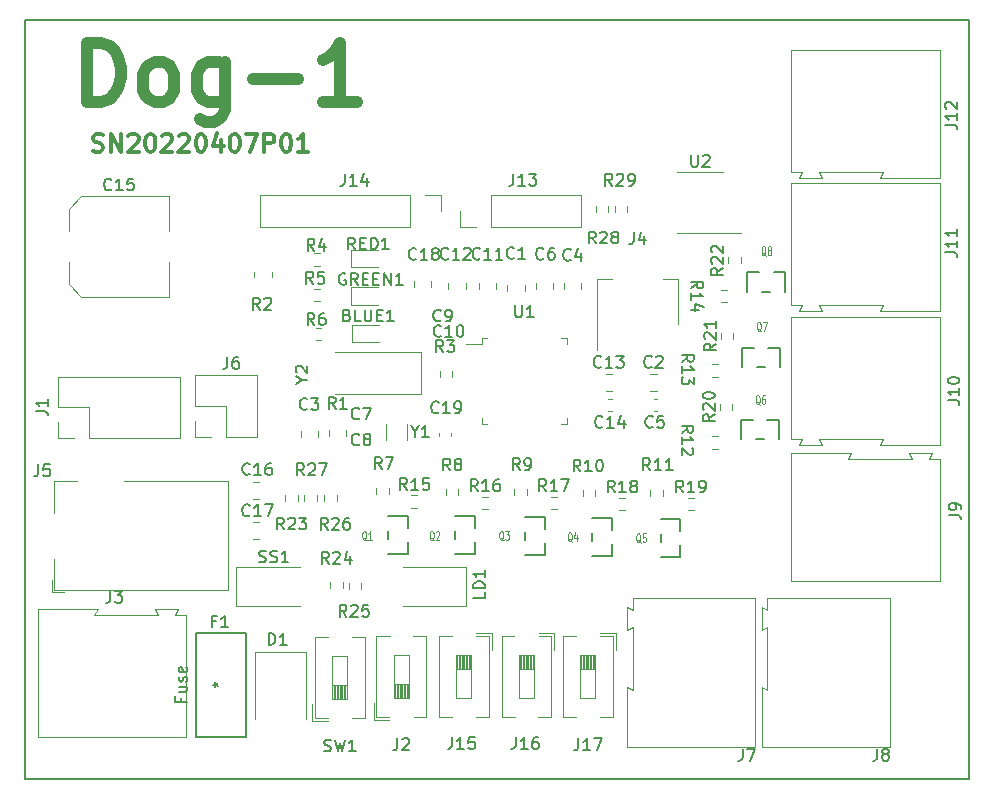
<source format=gbr>
%TF.GenerationSoftware,KiCad,Pcbnew,(5.1.10)-1*%
%TF.CreationDate,2022-04-14T15:55:02+08:00*%
%TF.ProjectId,lamp,6c616d70-2e6b-4696-9361-645f70636258,rev?*%
%TF.SameCoordinates,Original*%
%TF.FileFunction,Legend,Top*%
%TF.FilePolarity,Positive*%
%FSLAX46Y46*%
G04 Gerber Fmt 4.6, Leading zero omitted, Abs format (unit mm)*
G04 Created by KiCad (PCBNEW (5.1.10)-1) date 2022-04-14 15:55:02*
%MOMM*%
%LPD*%
G01*
G04 APERTURE LIST*
%ADD10C,0.300000*%
%ADD11C,0.150000*%
%ADD12C,1.000000*%
%ADD13C,0.120000*%
%ADD14C,0.152400*%
%ADD15C,0.100000*%
G04 APERTURE END LIST*
D10*
X100792857Y-16107142D02*
X101007142Y-16178571D01*
X101364285Y-16178571D01*
X101507142Y-16107142D01*
X101578571Y-16035714D01*
X101650000Y-15892857D01*
X101650000Y-15750000D01*
X101578571Y-15607142D01*
X101507142Y-15535714D01*
X101364285Y-15464285D01*
X101078571Y-15392857D01*
X100935714Y-15321428D01*
X100864285Y-15250000D01*
X100792857Y-15107142D01*
X100792857Y-14964285D01*
X100864285Y-14821428D01*
X100935714Y-14750000D01*
X101078571Y-14678571D01*
X101435714Y-14678571D01*
X101650000Y-14750000D01*
X102292857Y-16178571D02*
X102292857Y-14678571D01*
X103150000Y-16178571D01*
X103150000Y-14678571D01*
X103792857Y-14821428D02*
X103864285Y-14750000D01*
X104007142Y-14678571D01*
X104364285Y-14678571D01*
X104507142Y-14750000D01*
X104578571Y-14821428D01*
X104650000Y-14964285D01*
X104650000Y-15107142D01*
X104578571Y-15321428D01*
X103721428Y-16178571D01*
X104650000Y-16178571D01*
X105578571Y-14678571D02*
X105721428Y-14678571D01*
X105864285Y-14750000D01*
X105935714Y-14821428D01*
X106007142Y-14964285D01*
X106078571Y-15250000D01*
X106078571Y-15607142D01*
X106007142Y-15892857D01*
X105935714Y-16035714D01*
X105864285Y-16107142D01*
X105721428Y-16178571D01*
X105578571Y-16178571D01*
X105435714Y-16107142D01*
X105364285Y-16035714D01*
X105292857Y-15892857D01*
X105221428Y-15607142D01*
X105221428Y-15250000D01*
X105292857Y-14964285D01*
X105364285Y-14821428D01*
X105435714Y-14750000D01*
X105578571Y-14678571D01*
X106650000Y-14821428D02*
X106721428Y-14750000D01*
X106864285Y-14678571D01*
X107221428Y-14678571D01*
X107364285Y-14750000D01*
X107435714Y-14821428D01*
X107507142Y-14964285D01*
X107507142Y-15107142D01*
X107435714Y-15321428D01*
X106578571Y-16178571D01*
X107507142Y-16178571D01*
X108078571Y-14821428D02*
X108150000Y-14750000D01*
X108292857Y-14678571D01*
X108650000Y-14678571D01*
X108792857Y-14750000D01*
X108864285Y-14821428D01*
X108935714Y-14964285D01*
X108935714Y-15107142D01*
X108864285Y-15321428D01*
X108007142Y-16178571D01*
X108935714Y-16178571D01*
X109864285Y-14678571D02*
X110007142Y-14678571D01*
X110150000Y-14750000D01*
X110221428Y-14821428D01*
X110292857Y-14964285D01*
X110364285Y-15250000D01*
X110364285Y-15607142D01*
X110292857Y-15892857D01*
X110221428Y-16035714D01*
X110150000Y-16107142D01*
X110007142Y-16178571D01*
X109864285Y-16178571D01*
X109721428Y-16107142D01*
X109650000Y-16035714D01*
X109578571Y-15892857D01*
X109507142Y-15607142D01*
X109507142Y-15250000D01*
X109578571Y-14964285D01*
X109650000Y-14821428D01*
X109721428Y-14750000D01*
X109864285Y-14678571D01*
X111650000Y-15178571D02*
X111650000Y-16178571D01*
X111292857Y-14607142D02*
X110935714Y-15678571D01*
X111864285Y-15678571D01*
X112721428Y-14678571D02*
X112864285Y-14678571D01*
X113007142Y-14750000D01*
X113078571Y-14821428D01*
X113150000Y-14964285D01*
X113221428Y-15250000D01*
X113221428Y-15607142D01*
X113150000Y-15892857D01*
X113078571Y-16035714D01*
X113007142Y-16107142D01*
X112864285Y-16178571D01*
X112721428Y-16178571D01*
X112578571Y-16107142D01*
X112507142Y-16035714D01*
X112435714Y-15892857D01*
X112364285Y-15607142D01*
X112364285Y-15250000D01*
X112435714Y-14964285D01*
X112507142Y-14821428D01*
X112578571Y-14750000D01*
X112721428Y-14678571D01*
X113721428Y-14678571D02*
X114721428Y-14678571D01*
X114078571Y-16178571D01*
X115292857Y-16178571D02*
X115292857Y-14678571D01*
X115864285Y-14678571D01*
X116007142Y-14750000D01*
X116078571Y-14821428D01*
X116150000Y-14964285D01*
X116150000Y-15178571D01*
X116078571Y-15321428D01*
X116007142Y-15392857D01*
X115864285Y-15464285D01*
X115292857Y-15464285D01*
X117078571Y-14678571D02*
X117221428Y-14678571D01*
X117364285Y-14750000D01*
X117435714Y-14821428D01*
X117507142Y-14964285D01*
X117578571Y-15250000D01*
X117578571Y-15607142D01*
X117507142Y-15892857D01*
X117435714Y-16035714D01*
X117364285Y-16107142D01*
X117221428Y-16178571D01*
X117078571Y-16178571D01*
X116935714Y-16107142D01*
X116864285Y-16035714D01*
X116792857Y-15892857D01*
X116721428Y-15607142D01*
X116721428Y-15250000D01*
X116792857Y-14964285D01*
X116864285Y-14821428D01*
X116935714Y-14750000D01*
X117078571Y-14678571D01*
X119007142Y-16178571D02*
X118150000Y-16178571D01*
X118578571Y-16178571D02*
X118578571Y-14678571D01*
X118435714Y-14892857D01*
X118292857Y-15035714D01*
X118150000Y-15107142D01*
D11*
X175000000Y-5000000D02*
X175000000Y-69300000D01*
X95000000Y-69300000D02*
X175000000Y-69300000D01*
X95000000Y-5000000D02*
X95000000Y-69300000D01*
D12*
X100290476Y-11961904D02*
X100290476Y-6961904D01*
X101480952Y-6961904D01*
X102195238Y-7200000D01*
X102671428Y-7676190D01*
X102909523Y-8152380D01*
X103147619Y-9104761D01*
X103147619Y-9819047D01*
X102909523Y-10771428D01*
X102671428Y-11247619D01*
X102195238Y-11723809D01*
X101480952Y-11961904D01*
X100290476Y-11961904D01*
X106004761Y-11961904D02*
X105528571Y-11723809D01*
X105290476Y-11485714D01*
X105052380Y-11009523D01*
X105052380Y-9580952D01*
X105290476Y-9104761D01*
X105528571Y-8866666D01*
X106004761Y-8628571D01*
X106719047Y-8628571D01*
X107195238Y-8866666D01*
X107433333Y-9104761D01*
X107671428Y-9580952D01*
X107671428Y-11009523D01*
X107433333Y-11485714D01*
X107195238Y-11723809D01*
X106719047Y-11961904D01*
X106004761Y-11961904D01*
X111957142Y-8628571D02*
X111957142Y-12676190D01*
X111719047Y-13152380D01*
X111480952Y-13390476D01*
X111004761Y-13628571D01*
X110290476Y-13628571D01*
X109814285Y-13390476D01*
X111957142Y-11723809D02*
X111480952Y-11961904D01*
X110528571Y-11961904D01*
X110052380Y-11723809D01*
X109814285Y-11485714D01*
X109576190Y-11009523D01*
X109576190Y-9580952D01*
X109814285Y-9104761D01*
X110052380Y-8866666D01*
X110528571Y-8628571D01*
X111480952Y-8628571D01*
X111957142Y-8866666D01*
X114338095Y-10057142D02*
X118147619Y-10057142D01*
X123147619Y-11961904D02*
X120290476Y-11961904D01*
X121719047Y-11961904D02*
X121719047Y-6961904D01*
X121242857Y-7676190D01*
X120766666Y-8152380D01*
X120290476Y-8390476D01*
D11*
X95000000Y-5000000D02*
X175000000Y-5000000D01*
D13*
%TO.C,Y2*%
X128550000Y-33100000D02*
X121300000Y-33100000D01*
X128550000Y-36700000D02*
X128550000Y-33100000D01*
X121300000Y-36700000D02*
X128550000Y-36700000D01*
%TO.C,Y1*%
X125625000Y-40575000D02*
X125625000Y-39225000D01*
X127375000Y-40575000D02*
X127375000Y-39225000D01*
%TO.C,U2*%
X152200000Y-23060000D02*
X155650000Y-23060000D01*
X152200000Y-23060000D02*
X150250000Y-23060000D01*
X152200000Y-17940000D02*
X154150000Y-17940000D01*
X152200000Y-17940000D02*
X150250000Y-17940000D01*
%TO.C,U1*%
X133690000Y-32440000D02*
X132400000Y-32440000D01*
X133690000Y-31990000D02*
X133690000Y-32440000D01*
X134140000Y-31990000D02*
X133690000Y-31990000D01*
X140910000Y-31990000D02*
X140910000Y-32440000D01*
X140460000Y-31990000D02*
X140910000Y-31990000D01*
X133690000Y-39210000D02*
X133690000Y-38760000D01*
X134140000Y-39210000D02*
X133690000Y-39210000D01*
X140910000Y-39210000D02*
X140910000Y-38760000D01*
X140460000Y-39210000D02*
X140910000Y-39210000D01*
%TO.C,SW1*%
X121065000Y-61313333D02*
X122335000Y-61313333D01*
X122265000Y-62520000D02*
X122265000Y-61313333D01*
X122145000Y-62520000D02*
X122145000Y-61313333D01*
X122025000Y-62520000D02*
X122025000Y-61313333D01*
X121905000Y-62520000D02*
X121905000Y-61313333D01*
X121785000Y-62520000D02*
X121785000Y-61313333D01*
X121665000Y-62520000D02*
X121665000Y-61313333D01*
X121545000Y-62520000D02*
X121545000Y-61313333D01*
X121425000Y-62520000D02*
X121425000Y-61313333D01*
X121305000Y-62520000D02*
X121305000Y-61313333D01*
X121185000Y-62520000D02*
X121185000Y-61313333D01*
X121065000Y-58900000D02*
X121065000Y-62520000D01*
X122335000Y-58900000D02*
X121065000Y-58900000D01*
X122335000Y-62520000D02*
X122335000Y-58900000D01*
X121065000Y-62520000D02*
X122335000Y-62520000D01*
X119350000Y-64360000D02*
X120660000Y-64360000D01*
X119350000Y-64360000D02*
X119350000Y-62977000D01*
X122690000Y-57299000D02*
X123810000Y-57299000D01*
X119590000Y-57299000D02*
X120710000Y-57299000D01*
X122740000Y-64120000D02*
X123810000Y-64120000D01*
X119590000Y-64120000D02*
X120660000Y-64120000D01*
X123810000Y-64120000D02*
X123810000Y-57299000D01*
X119590000Y-64120000D02*
X119590000Y-57299000D01*
%TO.C,SS1*%
X112900000Y-51350000D02*
X118300000Y-51350000D01*
X112900000Y-54650000D02*
X118300000Y-54650000D01*
X112900000Y-51350000D02*
X112900000Y-54650000D01*
%TO.C,RED1*%
X122602500Y-25935000D02*
X124887500Y-25935000D01*
X122602500Y-24465000D02*
X122602500Y-25935000D01*
X124887500Y-24465000D02*
X122602500Y-24465000D01*
%TO.C,R29*%
X144977500Y-20757776D02*
X144977500Y-21267224D01*
X146022500Y-20757776D02*
X146022500Y-21267224D01*
%TO.C,R28*%
X143377500Y-20757776D02*
X143377500Y-21267224D01*
X144422500Y-20757776D02*
X144422500Y-21267224D01*
%TO.C,R27*%
X119722500Y-45767224D02*
X119722500Y-45257776D01*
X118677500Y-45767224D02*
X118677500Y-45257776D01*
%TO.C,R26*%
X120377500Y-45257776D02*
X120377500Y-45767224D01*
X121422500Y-45257776D02*
X121422500Y-45767224D01*
%TO.C,R25*%
X123522500Y-53167224D02*
X123522500Y-52657776D01*
X122477500Y-53167224D02*
X122477500Y-52657776D01*
%TO.C,R24*%
X121922500Y-53142224D02*
X121922500Y-52632776D01*
X120877500Y-53142224D02*
X120877500Y-52632776D01*
%TO.C,R23*%
X118122500Y-45767224D02*
X118122500Y-45257776D01*
X117077500Y-45767224D02*
X117077500Y-45257776D01*
%TO.C,R22*%
X155622500Y-25642224D02*
X155622500Y-25132776D01*
X154577500Y-25642224D02*
X154577500Y-25132776D01*
%TO.C,R21*%
X155022500Y-32042224D02*
X155022500Y-31532776D01*
X153977500Y-32042224D02*
X153977500Y-31532776D01*
%TO.C,R20*%
X154922500Y-38042223D02*
X154922500Y-37532775D01*
X153877500Y-38042223D02*
X153877500Y-37532775D01*
%TO.C,R19*%
X151145276Y-46522500D02*
X151654724Y-46522500D01*
X151145276Y-45477500D02*
X151654724Y-45477500D01*
%TO.C,R18*%
X145345276Y-46522500D02*
X145854724Y-46522500D01*
X145345276Y-45477500D02*
X145854724Y-45477500D01*
%TO.C,R17*%
X139545276Y-46422500D02*
X140054724Y-46422500D01*
X139545276Y-45377500D02*
X140054724Y-45377500D01*
%TO.C,R16*%
X133757776Y-46422500D02*
X134267224Y-46422500D01*
X133757776Y-45377500D02*
X134267224Y-45377500D01*
%TO.C,R15*%
X127757776Y-46322500D02*
X128267224Y-46322500D01*
X127757776Y-45277500D02*
X128267224Y-45277500D01*
%TO.C,R14*%
X153945276Y-28922500D02*
X154454724Y-28922500D01*
X153945276Y-27877500D02*
X154454724Y-27877500D01*
%TO.C,R13*%
X153232776Y-35222500D02*
X153742224Y-35222500D01*
X153232776Y-34177500D02*
X153742224Y-34177500D01*
%TO.C,R12*%
X153232776Y-41322501D02*
X153742224Y-41322501D01*
X153232776Y-40277501D02*
X153742224Y-40277501D01*
%TO.C,R11*%
X147977500Y-44832776D02*
X147977500Y-45342224D01*
X149022500Y-44832776D02*
X149022500Y-45342224D01*
%TO.C,R10*%
X142277500Y-44845276D02*
X142277500Y-45354724D01*
X143322500Y-44845276D02*
X143322500Y-45354724D01*
%TO.C,R9*%
X136477500Y-44732776D02*
X136477500Y-45242224D01*
X137522500Y-44732776D02*
X137522500Y-45242224D01*
%TO.C,R8*%
X130677500Y-44745276D02*
X130677500Y-45254724D01*
X131722500Y-44745276D02*
X131722500Y-45254724D01*
%TO.C,R7*%
X124777500Y-44632776D02*
X124777500Y-45142224D01*
X125822500Y-44632776D02*
X125822500Y-45142224D01*
%TO.C,R6*%
X119637742Y-32122500D02*
X120112258Y-32122500D01*
X119637742Y-31077500D02*
X120112258Y-31077500D01*
%TO.C,R5*%
X119537742Y-28822500D02*
X120012258Y-28822500D01*
X119537742Y-27777500D02*
X120012258Y-27777500D01*
%TO.C,R4*%
X119537742Y-25822500D02*
X120012258Y-25822500D01*
X119537742Y-24777500D02*
X120012258Y-24777500D01*
%TO.C,R3*%
X130177500Y-34732776D02*
X130177500Y-35242224D01*
X131222500Y-34732776D02*
X131222500Y-35242224D01*
%TO.C,R2*%
X115935000Y-26827064D02*
X115935000Y-26372936D01*
X114465000Y-26827064D02*
X114465000Y-26372936D01*
%TO.C,R1*%
X120765000Y-39772936D02*
X120765000Y-40227064D01*
X122235000Y-39772936D02*
X122235000Y-40227064D01*
D14*
%TO.C,Q8*%
X157187860Y-26374499D02*
X156174400Y-26374499D01*
X157462139Y-28025499D02*
X158137861Y-28025499D01*
X156174400Y-26374499D02*
X156174400Y-28025499D01*
X159425600Y-26374499D02*
X158412140Y-26374499D01*
X159425600Y-28025499D02*
X159425600Y-26374499D01*
%TO.C,Q7*%
X156737860Y-32774501D02*
X155724400Y-32774501D01*
X157012139Y-34425501D02*
X157687861Y-34425501D01*
X155724400Y-32774501D02*
X155724400Y-34425501D01*
X158975600Y-32774501D02*
X157962140Y-32774501D01*
X158975600Y-34425501D02*
X158975600Y-32774501D01*
%TO.C,Q6*%
X156637860Y-38874500D02*
X155624400Y-38874500D01*
X156912139Y-40525500D02*
X157587861Y-40525500D01*
X155624400Y-38874500D02*
X155624400Y-40525500D01*
X158875600Y-38874500D02*
X157862140Y-38874500D01*
X158875600Y-40525500D02*
X158875600Y-38874500D01*
%TO.C,Q5*%
X150525500Y-48287860D02*
X150525500Y-47274400D01*
X148874500Y-48562139D02*
X148874500Y-49237861D01*
X150525500Y-47274400D02*
X148874500Y-47274400D01*
X150525500Y-50525600D02*
X150525500Y-49512140D01*
X148874500Y-50525600D02*
X150525500Y-50525600D01*
%TO.C,Q4*%
X144725500Y-48187860D02*
X144725500Y-47174400D01*
X143074500Y-48462139D02*
X143074500Y-49137861D01*
X144725500Y-47174400D02*
X143074500Y-47174400D01*
X144725500Y-50425600D02*
X144725500Y-49412140D01*
X143074500Y-50425600D02*
X144725500Y-50425600D01*
%TO.C,Q3*%
X139025500Y-48087860D02*
X139025500Y-47074400D01*
X137374500Y-48362139D02*
X137374500Y-49037861D01*
X139025500Y-47074400D02*
X137374500Y-47074400D01*
X139025500Y-50325600D02*
X139025500Y-49312140D01*
X137374500Y-50325600D02*
X139025500Y-50325600D01*
%TO.C,Q2*%
X133125500Y-48037860D02*
X133125500Y-47024400D01*
X131474500Y-48312139D02*
X131474500Y-48987861D01*
X133125500Y-47024400D02*
X131474500Y-47024400D01*
X133125500Y-50275600D02*
X133125500Y-49262140D01*
X131474500Y-50275600D02*
X133125500Y-50275600D01*
%TO.C,Q1*%
X127425500Y-48037860D02*
X127425500Y-47024400D01*
X125774500Y-48312139D02*
X125774500Y-48987861D01*
X127425500Y-47024400D02*
X125774500Y-47024400D01*
X127425500Y-50275600D02*
X127425500Y-49262140D01*
X125774500Y-50275600D02*
X127425500Y-50275600D01*
D13*
%TO.C,LD1*%
X132400000Y-54650000D02*
X127000000Y-54650000D01*
X132400000Y-51350000D02*
X127000000Y-51350000D01*
X132400000Y-54650000D02*
X132400000Y-51350000D01*
%TO.C,J17*%
X143335001Y-60006667D02*
X142065001Y-60006667D01*
X142135001Y-58800000D02*
X142135001Y-60006667D01*
X142255001Y-58800000D02*
X142255001Y-60006667D01*
X142375001Y-58800000D02*
X142375001Y-60006667D01*
X142495001Y-58800000D02*
X142495001Y-60006667D01*
X142615001Y-58800000D02*
X142615001Y-60006667D01*
X142735001Y-58800000D02*
X142735001Y-60006667D01*
X142855001Y-58800000D02*
X142855001Y-60006667D01*
X142975001Y-58800000D02*
X142975001Y-60006667D01*
X143095001Y-58800000D02*
X143095001Y-60006667D01*
X143215001Y-58800000D02*
X143215001Y-60006667D01*
X143335001Y-62420000D02*
X143335001Y-58800000D01*
X142065001Y-62420000D02*
X143335001Y-62420000D01*
X142065001Y-58800000D02*
X142065001Y-62420000D01*
X143335001Y-58800000D02*
X142065001Y-58800000D01*
X145050001Y-56960000D02*
X143740001Y-56960000D01*
X145050001Y-56960000D02*
X145050001Y-58343000D01*
X141710001Y-64021000D02*
X140590001Y-64021000D01*
X144810001Y-64021000D02*
X143690001Y-64021000D01*
X141660001Y-57200000D02*
X140590001Y-57200000D01*
X144810001Y-57200000D02*
X143740001Y-57200000D01*
X140590001Y-57200000D02*
X140590001Y-64021000D01*
X144810001Y-57200000D02*
X144810001Y-64021000D01*
%TO.C,J16*%
X138135000Y-60006667D02*
X136865000Y-60006667D01*
X136935000Y-58800000D02*
X136935000Y-60006667D01*
X137055000Y-58800000D02*
X137055000Y-60006667D01*
X137175000Y-58800000D02*
X137175000Y-60006667D01*
X137295000Y-58800000D02*
X137295000Y-60006667D01*
X137415000Y-58800000D02*
X137415000Y-60006667D01*
X137535000Y-58800000D02*
X137535000Y-60006667D01*
X137655000Y-58800000D02*
X137655000Y-60006667D01*
X137775000Y-58800000D02*
X137775000Y-60006667D01*
X137895000Y-58800000D02*
X137895000Y-60006667D01*
X138015000Y-58800000D02*
X138015000Y-60006667D01*
X138135000Y-62420000D02*
X138135000Y-58800000D01*
X136865000Y-62420000D02*
X138135000Y-62420000D01*
X136865000Y-58800000D02*
X136865000Y-62420000D01*
X138135000Y-58800000D02*
X136865000Y-58800000D01*
X139850000Y-56960000D02*
X138540000Y-56960000D01*
X139850000Y-56960000D02*
X139850000Y-58343000D01*
X136510000Y-64021000D02*
X135390000Y-64021000D01*
X139610000Y-64021000D02*
X138490000Y-64021000D01*
X136460000Y-57200000D02*
X135390000Y-57200000D01*
X139610000Y-57200000D02*
X138540000Y-57200000D01*
X135390000Y-57200000D02*
X135390000Y-64021000D01*
X139610000Y-57200000D02*
X139610000Y-64021000D01*
%TO.C,J15*%
X132835000Y-60006667D02*
X131565000Y-60006667D01*
X131635000Y-58800000D02*
X131635000Y-60006667D01*
X131755000Y-58800000D02*
X131755000Y-60006667D01*
X131875000Y-58800000D02*
X131875000Y-60006667D01*
X131995000Y-58800000D02*
X131995000Y-60006667D01*
X132115000Y-58800000D02*
X132115000Y-60006667D01*
X132235000Y-58800000D02*
X132235000Y-60006667D01*
X132355000Y-58800000D02*
X132355000Y-60006667D01*
X132475000Y-58800000D02*
X132475000Y-60006667D01*
X132595000Y-58800000D02*
X132595000Y-60006667D01*
X132715000Y-58800000D02*
X132715000Y-60006667D01*
X132835000Y-62420000D02*
X132835000Y-58800000D01*
X131565000Y-62420000D02*
X132835000Y-62420000D01*
X131565000Y-58800000D02*
X131565000Y-62420000D01*
X132835000Y-58800000D02*
X131565000Y-58800000D01*
X134550000Y-56960000D02*
X133240000Y-56960000D01*
X134550000Y-56960000D02*
X134550000Y-58343000D01*
X131210000Y-64021000D02*
X130090000Y-64021000D01*
X134310000Y-64021000D02*
X133190000Y-64021000D01*
X131160000Y-57200000D02*
X130090000Y-57200000D01*
X134310000Y-57200000D02*
X133240000Y-57200000D01*
X130090000Y-57200000D02*
X130090000Y-64021000D01*
X134310000Y-57200000D02*
X134310000Y-64021000D01*
%TO.C,J14*%
X130270000Y-19870000D02*
X130270000Y-21200000D01*
X128940000Y-19870000D02*
X130270000Y-19870000D01*
X127670000Y-19870000D02*
X127670000Y-22530000D01*
X127670000Y-22530000D02*
X114910000Y-22530000D01*
X127670000Y-19870000D02*
X114910000Y-19870000D01*
X114910000Y-19870000D02*
X114910000Y-22530000D01*
%TO.C,J13*%
X131870000Y-22530000D02*
X131870000Y-21200000D01*
X133200000Y-22530000D02*
X131870000Y-22530000D01*
X134470000Y-22530000D02*
X134470000Y-19870000D01*
X134470000Y-19870000D02*
X142150000Y-19870000D01*
X134470000Y-22530000D02*
X142150000Y-22530000D01*
X142150000Y-22530000D02*
X142150000Y-19870000D01*
%TO.C,J12*%
X172500000Y-18400000D02*
X172500000Y-7550000D01*
X167400000Y-18400000D02*
X172500000Y-18400000D01*
X167700000Y-17900000D02*
X167400000Y-18400000D01*
X162300000Y-17900000D02*
X167700000Y-17900000D01*
X162550000Y-18400000D02*
X162300000Y-17900000D01*
X162500000Y-18400000D02*
X162550000Y-18400000D01*
X160600000Y-18400000D02*
X162500000Y-18400000D01*
X160850000Y-17900000D02*
X160600000Y-18400000D01*
X159900000Y-17900000D02*
X160850000Y-17900000D01*
X159900000Y-7550000D02*
X159900000Y-17900000D01*
X172500000Y-7550000D02*
X159900000Y-7550000D01*
%TO.C,J11*%
X172500000Y-29699999D02*
X172500000Y-18849999D01*
X167400000Y-29699999D02*
X172500000Y-29699999D01*
X167700000Y-29199999D02*
X167400000Y-29699999D01*
X162300000Y-29199999D02*
X167700000Y-29199999D01*
X162550000Y-29699999D02*
X162300000Y-29199999D01*
X162500000Y-29699999D02*
X162550000Y-29699999D01*
X160600000Y-29699999D02*
X162500000Y-29699999D01*
X160850000Y-29199999D02*
X160600000Y-29699999D01*
X159900000Y-29199999D02*
X160850000Y-29199999D01*
X159900000Y-18849999D02*
X159900000Y-29199999D01*
X172500000Y-18849999D02*
X159900000Y-18849999D01*
%TO.C,J10*%
X172500000Y-40999999D02*
X172500000Y-30149999D01*
X167400000Y-40999999D02*
X172500000Y-40999999D01*
X167700000Y-40499999D02*
X167400000Y-40999999D01*
X162300000Y-40499999D02*
X167700000Y-40499999D01*
X162550000Y-40999999D02*
X162300000Y-40499999D01*
X162500000Y-40999999D02*
X162550000Y-40999999D01*
X160600000Y-40999999D02*
X162500000Y-40999999D01*
X160850000Y-40499999D02*
X160600000Y-40999999D01*
X159900000Y-40499999D02*
X160850000Y-40499999D01*
X159900000Y-30149999D02*
X159900000Y-40499999D01*
X172500000Y-30149999D02*
X159900000Y-30149999D01*
%TO.C,J9*%
X159900000Y-41700000D02*
X159900000Y-52550000D01*
X165000000Y-41700000D02*
X159900000Y-41700000D01*
X164700000Y-42200000D02*
X165000000Y-41700000D01*
X170100000Y-42200000D02*
X164700000Y-42200000D01*
X169850000Y-41700000D02*
X170100000Y-42200000D01*
X169900000Y-41700000D02*
X169850000Y-41700000D01*
X171800000Y-41700000D02*
X169900000Y-41700000D01*
X171550000Y-42200000D02*
X171800000Y-41700000D01*
X172500000Y-42200000D02*
X171550000Y-42200000D01*
X172500000Y-52550000D02*
X172500000Y-42200000D01*
X159900000Y-52550000D02*
X172500000Y-52550000D01*
%TO.C,J8*%
X157400000Y-66600000D02*
X168250000Y-66600000D01*
X157400000Y-61500000D02*
X157400000Y-66600000D01*
X157900000Y-61800000D02*
X157400000Y-61500000D01*
X157900000Y-56400000D02*
X157900000Y-61800000D01*
X157400000Y-56650000D02*
X157900000Y-56400000D01*
X157400000Y-56600000D02*
X157400000Y-56650000D01*
X157400000Y-54700000D02*
X157400000Y-56600000D01*
X157900000Y-54950000D02*
X157400000Y-54700000D01*
X157900000Y-54000000D02*
X157900000Y-54950000D01*
X168250000Y-54000000D02*
X157900000Y-54000000D01*
X168250000Y-66600000D02*
X168250000Y-54000000D01*
%TO.C,J7*%
X146000000Y-66600000D02*
X156850000Y-66600000D01*
X146000000Y-61500000D02*
X146000000Y-66600000D01*
X146500000Y-61800000D02*
X146000000Y-61500000D01*
X146500000Y-56400000D02*
X146500000Y-61800000D01*
X146000000Y-56650000D02*
X146500000Y-56400000D01*
X146000000Y-56600000D02*
X146000000Y-56650000D01*
X146000000Y-54700000D02*
X146000000Y-56600000D01*
X146500000Y-54950000D02*
X146000000Y-54700000D01*
X146500000Y-54000000D02*
X146500000Y-54950000D01*
X156850000Y-54000000D02*
X146500000Y-54000000D01*
X156850000Y-66600000D02*
X156850000Y-54000000D01*
%TO.C,J6*%
X109470000Y-40330000D02*
X109470000Y-39000000D01*
X110800000Y-40330000D02*
X109470000Y-40330000D01*
X109470000Y-37730000D02*
X109470000Y-35130000D01*
X112070000Y-37730000D02*
X109470000Y-37730000D01*
X112070000Y-40330000D02*
X112070000Y-37730000D01*
X109470000Y-35130000D02*
X114670000Y-35130000D01*
X112070000Y-40330000D02*
X114670000Y-40330000D01*
X114670000Y-40330000D02*
X114670000Y-35130000D01*
%TO.C,J5*%
X97500000Y-53300000D02*
X97500000Y-50700000D01*
X112200000Y-53300000D02*
X97500000Y-53300000D01*
X97500000Y-44100000D02*
X99400000Y-44100000D01*
X97500000Y-46800000D02*
X97500000Y-44100000D01*
X112200000Y-44100000D02*
X112200000Y-53300000D01*
X103400000Y-44100000D02*
X112200000Y-44100000D01*
X98350000Y-53500000D02*
X97300000Y-53500000D01*
X97300000Y-52450000D02*
X97300000Y-53500000D01*
%TO.C,J4*%
X143490000Y-33000000D02*
X143490000Y-26990000D01*
X150310000Y-30750000D02*
X150310000Y-26990000D01*
X143490000Y-26990000D02*
X144750000Y-26990000D01*
X150310000Y-26990000D02*
X149050000Y-26990000D01*
%TO.C,J3*%
X96100000Y-54900000D02*
X96100000Y-65750000D01*
X101200000Y-54900000D02*
X96100000Y-54900000D01*
X100900000Y-55400000D02*
X101200000Y-54900000D01*
X106300000Y-55400000D02*
X100900000Y-55400000D01*
X106050000Y-54900000D02*
X106300000Y-55400000D01*
X106100000Y-54900000D02*
X106050000Y-54900000D01*
X108000000Y-54900000D02*
X106100000Y-54900000D01*
X107750000Y-55400000D02*
X108000000Y-54900000D01*
X108700000Y-55400000D02*
X107750000Y-55400000D01*
X108700000Y-65750000D02*
X108700000Y-55400000D01*
X96100000Y-65750000D02*
X108700000Y-65750000D01*
%TO.C,J2*%
X126265000Y-61213333D02*
X127535000Y-61213333D01*
X127465000Y-62420000D02*
X127465000Y-61213333D01*
X127345000Y-62420000D02*
X127345000Y-61213333D01*
X127225000Y-62420000D02*
X127225000Y-61213333D01*
X127105000Y-62420000D02*
X127105000Y-61213333D01*
X126985000Y-62420000D02*
X126985000Y-61213333D01*
X126865000Y-62420000D02*
X126865000Y-61213333D01*
X126745000Y-62420000D02*
X126745000Y-61213333D01*
X126625000Y-62420000D02*
X126625000Y-61213333D01*
X126505000Y-62420000D02*
X126505000Y-61213333D01*
X126385000Y-62420000D02*
X126385000Y-61213333D01*
X126265000Y-58800000D02*
X126265000Y-62420000D01*
X127535000Y-58800000D02*
X126265000Y-58800000D01*
X127535000Y-62420000D02*
X127535000Y-58800000D01*
X126265000Y-62420000D02*
X127535000Y-62420000D01*
X124550000Y-64260000D02*
X125860000Y-64260000D01*
X124550000Y-64260000D02*
X124550000Y-62877000D01*
X127890000Y-57199000D02*
X129010000Y-57199000D01*
X124790000Y-57199000D02*
X125910000Y-57199000D01*
X127940000Y-64020000D02*
X129010000Y-64020000D01*
X124790000Y-64020000D02*
X125860000Y-64020000D01*
X129010000Y-64020000D02*
X129010000Y-57199000D01*
X124790000Y-64020000D02*
X124790000Y-57199000D01*
%TO.C,J1*%
X97870000Y-40430000D02*
X97870000Y-39100000D01*
X99200000Y-40430000D02*
X97870000Y-40430000D01*
X97870000Y-37830000D02*
X97870000Y-35230000D01*
X100470000Y-37830000D02*
X97870000Y-37830000D01*
X100470000Y-40430000D02*
X100470000Y-37830000D01*
X97870000Y-35230000D02*
X108150000Y-35230000D01*
X100470000Y-40430000D02*
X108150000Y-40430000D01*
X108150000Y-40430000D02*
X108150000Y-35230000D01*
%TO.C,GREEN1*%
X122602500Y-29135000D02*
X124887500Y-29135000D01*
X122602500Y-27665000D02*
X122602500Y-29135000D01*
X124887500Y-27665000D02*
X122602500Y-27665000D01*
D14*
%TO.C,F1*%
X113720900Y-56958500D02*
X109479100Y-56958500D01*
X113720900Y-65721500D02*
X109479100Y-65721500D01*
X109479100Y-65721500D02*
X109479100Y-56958500D01*
X113720900Y-65721500D02*
X113720900Y-56958500D01*
D13*
%TO.C,D1*%
X118850000Y-58500000D02*
X118850000Y-64200000D01*
X114550000Y-58500000D02*
X114550000Y-64200000D01*
X118850000Y-58500000D02*
X114550000Y-58500000D01*
%TO.C,C19*%
X130090000Y-39991233D02*
X130090000Y-40283767D01*
X131110000Y-39991233D02*
X131110000Y-40283767D01*
%TO.C,C18*%
X127965000Y-27138748D02*
X127965000Y-27661252D01*
X129435000Y-27138748D02*
X129435000Y-27661252D01*
%TO.C,C17*%
X114869830Y-47506422D02*
X114347326Y-47506422D01*
X114869830Y-48976422D02*
X114347326Y-48976422D01*
%TO.C,C16*%
X114861252Y-44141420D02*
X114338748Y-44141420D01*
X114861252Y-45611420D02*
X114338748Y-45611420D01*
%TO.C,C15*%
X98740000Y-27395563D02*
X99804437Y-28460000D01*
X98740000Y-21004437D02*
X99804437Y-19940000D01*
X98740000Y-21004437D02*
X98740000Y-22890000D01*
X98740000Y-27395563D02*
X98740000Y-25510000D01*
X99804437Y-28460000D02*
X107260000Y-28460000D01*
X99804437Y-19940000D02*
X107260000Y-19940000D01*
X107260000Y-19940000D02*
X107260000Y-22890000D01*
X107260000Y-28460000D02*
X107260000Y-25510000D01*
%TO.C,C14*%
X144434420Y-38110000D02*
X144715580Y-38110000D01*
X144434420Y-37090000D02*
X144715580Y-37090000D01*
%TO.C,C13*%
X144188748Y-36435000D02*
X144711252Y-36435000D01*
X144188748Y-34965000D02*
X144711252Y-34965000D01*
%TO.C,C12*%
X130865000Y-27301248D02*
X130865000Y-27823752D01*
X132335000Y-27301248D02*
X132335000Y-27823752D01*
%TO.C,C11*%
X133465000Y-27301248D02*
X133465000Y-27823752D01*
X134935000Y-27301248D02*
X134935000Y-27823752D01*
%TO.C,C6*%
X138265000Y-27301248D02*
X138265000Y-27823752D01*
X139735000Y-27301248D02*
X139735000Y-27823752D01*
%TO.C,C5*%
X148284420Y-38110000D02*
X148565580Y-38110000D01*
X148284420Y-37090000D02*
X148565580Y-37090000D01*
%TO.C,C4*%
X140665000Y-27301248D02*
X140665000Y-27823752D01*
X142135000Y-27301248D02*
X142135000Y-27823752D01*
%TO.C,C3*%
X118365000Y-39838748D02*
X118365000Y-40361252D01*
X119835000Y-39838748D02*
X119835000Y-40361252D01*
%TO.C,C2*%
X147988748Y-36435000D02*
X148511252Y-36435000D01*
X147988748Y-34965000D02*
X148511252Y-34965000D01*
%TO.C,C1*%
X135865000Y-27488748D02*
X135865000Y-28011252D01*
X137335000Y-27488748D02*
X137335000Y-28011252D01*
%TO.C,BLUE1*%
X122715000Y-32334999D02*
X125000000Y-32334999D01*
X122715000Y-30864999D02*
X122715000Y-32334999D01*
X125000000Y-30864999D02*
X122715000Y-30864999D01*
%TO.C,Y2*%
D11*
X118476190Y-35476190D02*
X118952380Y-35476190D01*
X117952380Y-35809523D02*
X118476190Y-35476190D01*
X117952380Y-35142857D01*
X118047619Y-34857142D02*
X118000000Y-34809523D01*
X117952380Y-34714285D01*
X117952380Y-34476190D01*
X118000000Y-34380952D01*
X118047619Y-34333333D01*
X118142857Y-34285714D01*
X118238095Y-34285714D01*
X118380952Y-34333333D01*
X118952380Y-34904761D01*
X118952380Y-34285714D01*
%TO.C,Y1*%
X128023809Y-39876190D02*
X128023809Y-40352380D01*
X127690476Y-39352380D02*
X128023809Y-39876190D01*
X128357142Y-39352380D01*
X129214285Y-40352380D02*
X128642857Y-40352380D01*
X128928571Y-40352380D02*
X128928571Y-39352380D01*
X128833333Y-39495238D01*
X128738095Y-39590476D01*
X128642857Y-39638095D01*
%TO.C,U2*%
X151438095Y-16452380D02*
X151438095Y-17261904D01*
X151485714Y-17357142D01*
X151533333Y-17404761D01*
X151628571Y-17452380D01*
X151819047Y-17452380D01*
X151914285Y-17404761D01*
X151961904Y-17357142D01*
X152009523Y-17261904D01*
X152009523Y-16452380D01*
X152438095Y-16547619D02*
X152485714Y-16500000D01*
X152580952Y-16452380D01*
X152819047Y-16452380D01*
X152914285Y-16500000D01*
X152961904Y-16547619D01*
X153009523Y-16642857D01*
X153009523Y-16738095D01*
X152961904Y-16880952D01*
X152390476Y-17452380D01*
X153009523Y-17452380D01*
%TO.C,U1*%
X136538095Y-29202380D02*
X136538095Y-30011904D01*
X136585714Y-30107142D01*
X136633333Y-30154761D01*
X136728571Y-30202380D01*
X136919047Y-30202380D01*
X137014285Y-30154761D01*
X137061904Y-30107142D01*
X137109523Y-30011904D01*
X137109523Y-29202380D01*
X138109523Y-30202380D02*
X137538095Y-30202380D01*
X137823809Y-30202380D02*
X137823809Y-29202380D01*
X137728571Y-29345238D01*
X137633333Y-29440476D01*
X137538095Y-29488095D01*
%TO.C,SW1*%
X120366666Y-66904761D02*
X120509523Y-66952380D01*
X120747619Y-66952380D01*
X120842857Y-66904761D01*
X120890476Y-66857142D01*
X120938095Y-66761904D01*
X120938095Y-66666666D01*
X120890476Y-66571428D01*
X120842857Y-66523809D01*
X120747619Y-66476190D01*
X120557142Y-66428571D01*
X120461904Y-66380952D01*
X120414285Y-66333333D01*
X120366666Y-66238095D01*
X120366666Y-66142857D01*
X120414285Y-66047619D01*
X120461904Y-66000000D01*
X120557142Y-65952380D01*
X120795238Y-65952380D01*
X120938095Y-66000000D01*
X121271428Y-65952380D02*
X121509523Y-66952380D01*
X121700000Y-66238095D01*
X121890476Y-66952380D01*
X122128571Y-65952380D01*
X123033333Y-66952380D02*
X122461904Y-66952380D01*
X122747619Y-66952380D02*
X122747619Y-65952380D01*
X122652380Y-66095238D01*
X122557142Y-66190476D01*
X122461904Y-66238095D01*
%TO.C,SS1*%
X114861904Y-50904761D02*
X115004761Y-50952380D01*
X115242857Y-50952380D01*
X115338095Y-50904761D01*
X115385714Y-50857142D01*
X115433333Y-50761904D01*
X115433333Y-50666666D01*
X115385714Y-50571428D01*
X115338095Y-50523809D01*
X115242857Y-50476190D01*
X115052380Y-50428571D01*
X114957142Y-50380952D01*
X114909523Y-50333333D01*
X114861904Y-50238095D01*
X114861904Y-50142857D01*
X114909523Y-50047619D01*
X114957142Y-50000000D01*
X115052380Y-49952380D01*
X115290476Y-49952380D01*
X115433333Y-50000000D01*
X115814285Y-50904761D02*
X115957142Y-50952380D01*
X116195238Y-50952380D01*
X116290476Y-50904761D01*
X116338095Y-50857142D01*
X116385714Y-50761904D01*
X116385714Y-50666666D01*
X116338095Y-50571428D01*
X116290476Y-50523809D01*
X116195238Y-50476190D01*
X116004761Y-50428571D01*
X115909523Y-50380952D01*
X115861904Y-50333333D01*
X115814285Y-50238095D01*
X115814285Y-50142857D01*
X115861904Y-50047619D01*
X115909523Y-50000000D01*
X116004761Y-49952380D01*
X116242857Y-49952380D01*
X116385714Y-50000000D01*
X117338095Y-50952380D02*
X116766666Y-50952380D01*
X117052380Y-50952380D02*
X117052380Y-49952380D01*
X116957142Y-50095238D01*
X116861904Y-50190476D01*
X116766666Y-50238095D01*
%TO.C,RED1*%
X122980952Y-24452380D02*
X122647619Y-23976190D01*
X122409523Y-24452380D02*
X122409523Y-23452380D01*
X122790476Y-23452380D01*
X122885714Y-23500000D01*
X122933333Y-23547619D01*
X122980952Y-23642857D01*
X122980952Y-23785714D01*
X122933333Y-23880952D01*
X122885714Y-23928571D01*
X122790476Y-23976190D01*
X122409523Y-23976190D01*
X123409523Y-23928571D02*
X123742857Y-23928571D01*
X123885714Y-24452380D02*
X123409523Y-24452380D01*
X123409523Y-23452380D01*
X123885714Y-23452380D01*
X124314285Y-24452380D02*
X124314285Y-23452380D01*
X124552380Y-23452380D01*
X124695238Y-23500000D01*
X124790476Y-23595238D01*
X124838095Y-23690476D01*
X124885714Y-23880952D01*
X124885714Y-24023809D01*
X124838095Y-24214285D01*
X124790476Y-24309523D01*
X124695238Y-24404761D01*
X124552380Y-24452380D01*
X124314285Y-24452380D01*
X125838095Y-24452380D02*
X125266666Y-24452380D01*
X125552380Y-24452380D02*
X125552380Y-23452380D01*
X125457142Y-23595238D01*
X125361904Y-23690476D01*
X125266666Y-23738095D01*
%TO.C,R29*%
X144757142Y-19052380D02*
X144423809Y-18576190D01*
X144185714Y-19052380D02*
X144185714Y-18052380D01*
X144566666Y-18052380D01*
X144661904Y-18100000D01*
X144709523Y-18147619D01*
X144757142Y-18242857D01*
X144757142Y-18385714D01*
X144709523Y-18480952D01*
X144661904Y-18528571D01*
X144566666Y-18576190D01*
X144185714Y-18576190D01*
X145138095Y-18147619D02*
X145185714Y-18100000D01*
X145280952Y-18052380D01*
X145519047Y-18052380D01*
X145614285Y-18100000D01*
X145661904Y-18147619D01*
X145709523Y-18242857D01*
X145709523Y-18338095D01*
X145661904Y-18480952D01*
X145090476Y-19052380D01*
X145709523Y-19052380D01*
X146185714Y-19052380D02*
X146376190Y-19052380D01*
X146471428Y-19004761D01*
X146519047Y-18957142D01*
X146614285Y-18814285D01*
X146661904Y-18623809D01*
X146661904Y-18242857D01*
X146614285Y-18147619D01*
X146566666Y-18100000D01*
X146471428Y-18052380D01*
X146280952Y-18052380D01*
X146185714Y-18100000D01*
X146138095Y-18147619D01*
X146090476Y-18242857D01*
X146090476Y-18480952D01*
X146138095Y-18576190D01*
X146185714Y-18623809D01*
X146280952Y-18671428D01*
X146471428Y-18671428D01*
X146566666Y-18623809D01*
X146614285Y-18576190D01*
X146661904Y-18480952D01*
%TO.C,R28*%
X143357142Y-23952380D02*
X143023809Y-23476190D01*
X142785714Y-23952380D02*
X142785714Y-22952380D01*
X143166666Y-22952380D01*
X143261904Y-23000000D01*
X143309523Y-23047619D01*
X143357142Y-23142857D01*
X143357142Y-23285714D01*
X143309523Y-23380952D01*
X143261904Y-23428571D01*
X143166666Y-23476190D01*
X142785714Y-23476190D01*
X143738095Y-23047619D02*
X143785714Y-23000000D01*
X143880952Y-22952380D01*
X144119047Y-22952380D01*
X144214285Y-23000000D01*
X144261904Y-23047619D01*
X144309523Y-23142857D01*
X144309523Y-23238095D01*
X144261904Y-23380952D01*
X143690476Y-23952380D01*
X144309523Y-23952380D01*
X144880952Y-23380952D02*
X144785714Y-23333333D01*
X144738095Y-23285714D01*
X144690476Y-23190476D01*
X144690476Y-23142857D01*
X144738095Y-23047619D01*
X144785714Y-23000000D01*
X144880952Y-22952380D01*
X145071428Y-22952380D01*
X145166666Y-23000000D01*
X145214285Y-23047619D01*
X145261904Y-23142857D01*
X145261904Y-23190476D01*
X145214285Y-23285714D01*
X145166666Y-23333333D01*
X145071428Y-23380952D01*
X144880952Y-23380952D01*
X144785714Y-23428571D01*
X144738095Y-23476190D01*
X144690476Y-23571428D01*
X144690476Y-23761904D01*
X144738095Y-23857142D01*
X144785714Y-23904761D01*
X144880952Y-23952380D01*
X145071428Y-23952380D01*
X145166666Y-23904761D01*
X145214285Y-23857142D01*
X145261904Y-23761904D01*
X145261904Y-23571428D01*
X145214285Y-23476190D01*
X145166666Y-23428571D01*
X145071428Y-23380952D01*
%TO.C,R27*%
X118657142Y-43577380D02*
X118323809Y-43101190D01*
X118085714Y-43577380D02*
X118085714Y-42577380D01*
X118466666Y-42577380D01*
X118561904Y-42625000D01*
X118609523Y-42672619D01*
X118657142Y-42767857D01*
X118657142Y-42910714D01*
X118609523Y-43005952D01*
X118561904Y-43053571D01*
X118466666Y-43101190D01*
X118085714Y-43101190D01*
X119038095Y-42672619D02*
X119085714Y-42625000D01*
X119180952Y-42577380D01*
X119419047Y-42577380D01*
X119514285Y-42625000D01*
X119561904Y-42672619D01*
X119609523Y-42767857D01*
X119609523Y-42863095D01*
X119561904Y-43005952D01*
X118990476Y-43577380D01*
X119609523Y-43577380D01*
X119942857Y-42577380D02*
X120609523Y-42577380D01*
X120180952Y-43577380D01*
%TO.C,R26*%
X120657142Y-48177380D02*
X120323809Y-47701190D01*
X120085714Y-48177380D02*
X120085714Y-47177380D01*
X120466666Y-47177380D01*
X120561904Y-47225000D01*
X120609523Y-47272619D01*
X120657142Y-47367857D01*
X120657142Y-47510714D01*
X120609523Y-47605952D01*
X120561904Y-47653571D01*
X120466666Y-47701190D01*
X120085714Y-47701190D01*
X121038095Y-47272619D02*
X121085714Y-47225000D01*
X121180952Y-47177380D01*
X121419047Y-47177380D01*
X121514285Y-47225000D01*
X121561904Y-47272619D01*
X121609523Y-47367857D01*
X121609523Y-47463095D01*
X121561904Y-47605952D01*
X120990476Y-48177380D01*
X121609523Y-48177380D01*
X122466666Y-47177380D02*
X122276190Y-47177380D01*
X122180952Y-47225000D01*
X122133333Y-47272619D01*
X122038095Y-47415476D01*
X121990476Y-47605952D01*
X121990476Y-47986904D01*
X122038095Y-48082142D01*
X122085714Y-48129761D01*
X122180952Y-48177380D01*
X122371428Y-48177380D01*
X122466666Y-48129761D01*
X122514285Y-48082142D01*
X122561904Y-47986904D01*
X122561904Y-47748809D01*
X122514285Y-47653571D01*
X122466666Y-47605952D01*
X122371428Y-47558333D01*
X122180952Y-47558333D01*
X122085714Y-47605952D01*
X122038095Y-47653571D01*
X121990476Y-47748809D01*
%TO.C,R25*%
X122257142Y-55552380D02*
X121923809Y-55076190D01*
X121685714Y-55552380D02*
X121685714Y-54552380D01*
X122066666Y-54552380D01*
X122161904Y-54600000D01*
X122209523Y-54647619D01*
X122257142Y-54742857D01*
X122257142Y-54885714D01*
X122209523Y-54980952D01*
X122161904Y-55028571D01*
X122066666Y-55076190D01*
X121685714Y-55076190D01*
X122638095Y-54647619D02*
X122685714Y-54600000D01*
X122780952Y-54552380D01*
X123019047Y-54552380D01*
X123114285Y-54600000D01*
X123161904Y-54647619D01*
X123209523Y-54742857D01*
X123209523Y-54838095D01*
X123161904Y-54980952D01*
X122590476Y-55552380D01*
X123209523Y-55552380D01*
X124114285Y-54552380D02*
X123638095Y-54552380D01*
X123590476Y-55028571D01*
X123638095Y-54980952D01*
X123733333Y-54933333D01*
X123971428Y-54933333D01*
X124066666Y-54980952D01*
X124114285Y-55028571D01*
X124161904Y-55123809D01*
X124161904Y-55361904D01*
X124114285Y-55457142D01*
X124066666Y-55504761D01*
X123971428Y-55552380D01*
X123733333Y-55552380D01*
X123638095Y-55504761D01*
X123590476Y-55457142D01*
%TO.C,R24*%
X120757142Y-51052380D02*
X120423809Y-50576190D01*
X120185714Y-51052380D02*
X120185714Y-50052380D01*
X120566666Y-50052380D01*
X120661904Y-50100000D01*
X120709523Y-50147619D01*
X120757142Y-50242857D01*
X120757142Y-50385714D01*
X120709523Y-50480952D01*
X120661904Y-50528571D01*
X120566666Y-50576190D01*
X120185714Y-50576190D01*
X121138095Y-50147619D02*
X121185714Y-50100000D01*
X121280952Y-50052380D01*
X121519047Y-50052380D01*
X121614285Y-50100000D01*
X121661904Y-50147619D01*
X121709523Y-50242857D01*
X121709523Y-50338095D01*
X121661904Y-50480952D01*
X121090476Y-51052380D01*
X121709523Y-51052380D01*
X122566666Y-50385714D02*
X122566666Y-51052380D01*
X122328571Y-50004761D02*
X122090476Y-50719047D01*
X122709523Y-50719047D01*
%TO.C,R23*%
X116957142Y-48164880D02*
X116623809Y-47688690D01*
X116385714Y-48164880D02*
X116385714Y-47164880D01*
X116766666Y-47164880D01*
X116861904Y-47212500D01*
X116909523Y-47260119D01*
X116957142Y-47355357D01*
X116957142Y-47498214D01*
X116909523Y-47593452D01*
X116861904Y-47641071D01*
X116766666Y-47688690D01*
X116385714Y-47688690D01*
X117338095Y-47260119D02*
X117385714Y-47212500D01*
X117480952Y-47164880D01*
X117719047Y-47164880D01*
X117814285Y-47212500D01*
X117861904Y-47260119D01*
X117909523Y-47355357D01*
X117909523Y-47450595D01*
X117861904Y-47593452D01*
X117290476Y-48164880D01*
X117909523Y-48164880D01*
X118242857Y-47164880D02*
X118861904Y-47164880D01*
X118528571Y-47545833D01*
X118671428Y-47545833D01*
X118766666Y-47593452D01*
X118814285Y-47641071D01*
X118861904Y-47736309D01*
X118861904Y-47974404D01*
X118814285Y-48069642D01*
X118766666Y-48117261D01*
X118671428Y-48164880D01*
X118385714Y-48164880D01*
X118290476Y-48117261D01*
X118242857Y-48069642D01*
%TO.C,R22*%
X154122380Y-26030357D02*
X153646190Y-26363690D01*
X154122380Y-26601785D02*
X153122380Y-26601785D01*
X153122380Y-26220833D01*
X153170000Y-26125595D01*
X153217619Y-26077976D01*
X153312857Y-26030357D01*
X153455714Y-26030357D01*
X153550952Y-26077976D01*
X153598571Y-26125595D01*
X153646190Y-26220833D01*
X153646190Y-26601785D01*
X153217619Y-25649404D02*
X153170000Y-25601785D01*
X153122380Y-25506547D01*
X153122380Y-25268452D01*
X153170000Y-25173214D01*
X153217619Y-25125595D01*
X153312857Y-25077976D01*
X153408095Y-25077976D01*
X153550952Y-25125595D01*
X154122380Y-25697023D01*
X154122380Y-25077976D01*
X153217619Y-24697023D02*
X153170000Y-24649404D01*
X153122380Y-24554166D01*
X153122380Y-24316071D01*
X153170000Y-24220833D01*
X153217619Y-24173214D01*
X153312857Y-24125595D01*
X153408095Y-24125595D01*
X153550952Y-24173214D01*
X154122380Y-24744642D01*
X154122380Y-24125595D01*
%TO.C,R21*%
X153522380Y-32430357D02*
X153046190Y-32763690D01*
X153522380Y-33001785D02*
X152522380Y-33001785D01*
X152522380Y-32620833D01*
X152570000Y-32525595D01*
X152617619Y-32477976D01*
X152712857Y-32430357D01*
X152855714Y-32430357D01*
X152950952Y-32477976D01*
X152998571Y-32525595D01*
X153046190Y-32620833D01*
X153046190Y-33001785D01*
X152617619Y-32049404D02*
X152570000Y-32001785D01*
X152522380Y-31906547D01*
X152522380Y-31668452D01*
X152570000Y-31573214D01*
X152617619Y-31525595D01*
X152712857Y-31477976D01*
X152808095Y-31477976D01*
X152950952Y-31525595D01*
X153522380Y-32097023D01*
X153522380Y-31477976D01*
X153522380Y-30525595D02*
X153522380Y-31097023D01*
X153522380Y-30811309D02*
X152522380Y-30811309D01*
X152665238Y-30906547D01*
X152760476Y-31001785D01*
X152808095Y-31097023D01*
%TO.C,R20*%
X153422380Y-38430356D02*
X152946190Y-38763689D01*
X153422380Y-39001784D02*
X152422380Y-39001784D01*
X152422380Y-38620832D01*
X152470000Y-38525594D01*
X152517619Y-38477975D01*
X152612857Y-38430356D01*
X152755714Y-38430356D01*
X152850952Y-38477975D01*
X152898571Y-38525594D01*
X152946190Y-38620832D01*
X152946190Y-39001784D01*
X152517619Y-38049403D02*
X152470000Y-38001784D01*
X152422380Y-37906546D01*
X152422380Y-37668451D01*
X152470000Y-37573213D01*
X152517619Y-37525594D01*
X152612857Y-37477975D01*
X152708095Y-37477975D01*
X152850952Y-37525594D01*
X153422380Y-38097022D01*
X153422380Y-37477975D01*
X152422380Y-36858927D02*
X152422380Y-36763689D01*
X152470000Y-36668451D01*
X152517619Y-36620832D01*
X152612857Y-36573213D01*
X152803333Y-36525594D01*
X153041428Y-36525594D01*
X153231904Y-36573213D01*
X153327142Y-36620832D01*
X153374761Y-36668451D01*
X153422380Y-36763689D01*
X153422380Y-36858927D01*
X153374761Y-36954165D01*
X153327142Y-37001784D01*
X153231904Y-37049403D01*
X153041428Y-37097022D01*
X152803333Y-37097022D01*
X152612857Y-37049403D01*
X152517619Y-37001784D01*
X152470000Y-36954165D01*
X152422380Y-36858927D01*
%TO.C,R19*%
X150757142Y-45022380D02*
X150423809Y-44546190D01*
X150185714Y-45022380D02*
X150185714Y-44022380D01*
X150566666Y-44022380D01*
X150661904Y-44070000D01*
X150709523Y-44117619D01*
X150757142Y-44212857D01*
X150757142Y-44355714D01*
X150709523Y-44450952D01*
X150661904Y-44498571D01*
X150566666Y-44546190D01*
X150185714Y-44546190D01*
X151709523Y-45022380D02*
X151138095Y-45022380D01*
X151423809Y-45022380D02*
X151423809Y-44022380D01*
X151328571Y-44165238D01*
X151233333Y-44260476D01*
X151138095Y-44308095D01*
X152185714Y-45022380D02*
X152376190Y-45022380D01*
X152471428Y-44974761D01*
X152519047Y-44927142D01*
X152614285Y-44784285D01*
X152661904Y-44593809D01*
X152661904Y-44212857D01*
X152614285Y-44117619D01*
X152566666Y-44070000D01*
X152471428Y-44022380D01*
X152280952Y-44022380D01*
X152185714Y-44070000D01*
X152138095Y-44117619D01*
X152090476Y-44212857D01*
X152090476Y-44450952D01*
X152138095Y-44546190D01*
X152185714Y-44593809D01*
X152280952Y-44641428D01*
X152471428Y-44641428D01*
X152566666Y-44593809D01*
X152614285Y-44546190D01*
X152661904Y-44450952D01*
%TO.C,R18*%
X144957142Y-45022380D02*
X144623809Y-44546190D01*
X144385714Y-45022380D02*
X144385714Y-44022380D01*
X144766666Y-44022380D01*
X144861904Y-44070000D01*
X144909523Y-44117619D01*
X144957142Y-44212857D01*
X144957142Y-44355714D01*
X144909523Y-44450952D01*
X144861904Y-44498571D01*
X144766666Y-44546190D01*
X144385714Y-44546190D01*
X145909523Y-45022380D02*
X145338095Y-45022380D01*
X145623809Y-45022380D02*
X145623809Y-44022380D01*
X145528571Y-44165238D01*
X145433333Y-44260476D01*
X145338095Y-44308095D01*
X146480952Y-44450952D02*
X146385714Y-44403333D01*
X146338095Y-44355714D01*
X146290476Y-44260476D01*
X146290476Y-44212857D01*
X146338095Y-44117619D01*
X146385714Y-44070000D01*
X146480952Y-44022380D01*
X146671428Y-44022380D01*
X146766666Y-44070000D01*
X146814285Y-44117619D01*
X146861904Y-44212857D01*
X146861904Y-44260476D01*
X146814285Y-44355714D01*
X146766666Y-44403333D01*
X146671428Y-44450952D01*
X146480952Y-44450952D01*
X146385714Y-44498571D01*
X146338095Y-44546190D01*
X146290476Y-44641428D01*
X146290476Y-44831904D01*
X146338095Y-44927142D01*
X146385714Y-44974761D01*
X146480952Y-45022380D01*
X146671428Y-45022380D01*
X146766666Y-44974761D01*
X146814285Y-44927142D01*
X146861904Y-44831904D01*
X146861904Y-44641428D01*
X146814285Y-44546190D01*
X146766666Y-44498571D01*
X146671428Y-44450952D01*
%TO.C,R17*%
X139157142Y-44922380D02*
X138823809Y-44446190D01*
X138585714Y-44922380D02*
X138585714Y-43922380D01*
X138966666Y-43922380D01*
X139061904Y-43970000D01*
X139109523Y-44017619D01*
X139157142Y-44112857D01*
X139157142Y-44255714D01*
X139109523Y-44350952D01*
X139061904Y-44398571D01*
X138966666Y-44446190D01*
X138585714Y-44446190D01*
X140109523Y-44922380D02*
X139538095Y-44922380D01*
X139823809Y-44922380D02*
X139823809Y-43922380D01*
X139728571Y-44065238D01*
X139633333Y-44160476D01*
X139538095Y-44208095D01*
X140442857Y-43922380D02*
X141109523Y-43922380D01*
X140680952Y-44922380D01*
%TO.C,R16*%
X133369642Y-44922380D02*
X133036309Y-44446190D01*
X132798214Y-44922380D02*
X132798214Y-43922380D01*
X133179166Y-43922380D01*
X133274404Y-43970000D01*
X133322023Y-44017619D01*
X133369642Y-44112857D01*
X133369642Y-44255714D01*
X133322023Y-44350952D01*
X133274404Y-44398571D01*
X133179166Y-44446190D01*
X132798214Y-44446190D01*
X134322023Y-44922380D02*
X133750595Y-44922380D01*
X134036309Y-44922380D02*
X134036309Y-43922380D01*
X133941071Y-44065238D01*
X133845833Y-44160476D01*
X133750595Y-44208095D01*
X135179166Y-43922380D02*
X134988690Y-43922380D01*
X134893452Y-43970000D01*
X134845833Y-44017619D01*
X134750595Y-44160476D01*
X134702976Y-44350952D01*
X134702976Y-44731904D01*
X134750595Y-44827142D01*
X134798214Y-44874761D01*
X134893452Y-44922380D01*
X135083928Y-44922380D01*
X135179166Y-44874761D01*
X135226785Y-44827142D01*
X135274404Y-44731904D01*
X135274404Y-44493809D01*
X135226785Y-44398571D01*
X135179166Y-44350952D01*
X135083928Y-44303333D01*
X134893452Y-44303333D01*
X134798214Y-44350952D01*
X134750595Y-44398571D01*
X134702976Y-44493809D01*
%TO.C,R15*%
X127369642Y-44822380D02*
X127036309Y-44346190D01*
X126798214Y-44822380D02*
X126798214Y-43822380D01*
X127179166Y-43822380D01*
X127274404Y-43870000D01*
X127322023Y-43917619D01*
X127369642Y-44012857D01*
X127369642Y-44155714D01*
X127322023Y-44250952D01*
X127274404Y-44298571D01*
X127179166Y-44346190D01*
X126798214Y-44346190D01*
X128322023Y-44822380D02*
X127750595Y-44822380D01*
X128036309Y-44822380D02*
X128036309Y-43822380D01*
X127941071Y-43965238D01*
X127845833Y-44060476D01*
X127750595Y-44108095D01*
X129226785Y-43822380D02*
X128750595Y-43822380D01*
X128702976Y-44298571D01*
X128750595Y-44250952D01*
X128845833Y-44203333D01*
X129083928Y-44203333D01*
X129179166Y-44250952D01*
X129226785Y-44298571D01*
X129274404Y-44393809D01*
X129274404Y-44631904D01*
X129226785Y-44727142D01*
X129179166Y-44774761D01*
X129083928Y-44822380D01*
X128845833Y-44822380D01*
X128750595Y-44774761D01*
X128702976Y-44727142D01*
%TO.C,R14*%
X151447619Y-27757142D02*
X151923809Y-27423809D01*
X151447619Y-27185714D02*
X152447619Y-27185714D01*
X152447619Y-27566666D01*
X152400000Y-27661904D01*
X152352380Y-27709523D01*
X152257142Y-27757142D01*
X152114285Y-27757142D01*
X152019047Y-27709523D01*
X151971428Y-27661904D01*
X151923809Y-27566666D01*
X151923809Y-27185714D01*
X151447619Y-28709523D02*
X151447619Y-28138095D01*
X151447619Y-28423809D02*
X152447619Y-28423809D01*
X152304761Y-28328571D01*
X152209523Y-28233333D01*
X152161904Y-28138095D01*
X152114285Y-29566666D02*
X151447619Y-29566666D01*
X152495238Y-29328571D02*
X151780952Y-29090476D01*
X151780952Y-29709523D01*
%TO.C,R13*%
X150647619Y-33957142D02*
X151123809Y-33623809D01*
X150647619Y-33385714D02*
X151647619Y-33385714D01*
X151647619Y-33766666D01*
X151600000Y-33861904D01*
X151552380Y-33909523D01*
X151457142Y-33957142D01*
X151314285Y-33957142D01*
X151219047Y-33909523D01*
X151171428Y-33861904D01*
X151123809Y-33766666D01*
X151123809Y-33385714D01*
X150647619Y-34909523D02*
X150647619Y-34338095D01*
X150647619Y-34623809D02*
X151647619Y-34623809D01*
X151504761Y-34528571D01*
X151409523Y-34433333D01*
X151361904Y-34338095D01*
X151647619Y-35242857D02*
X151647619Y-35861904D01*
X151266666Y-35528571D01*
X151266666Y-35671428D01*
X151219047Y-35766666D01*
X151171428Y-35814285D01*
X151076190Y-35861904D01*
X150838095Y-35861904D01*
X150742857Y-35814285D01*
X150695238Y-35766666D01*
X150647619Y-35671428D01*
X150647619Y-35385714D01*
X150695238Y-35290476D01*
X150742857Y-35242857D01*
%TO.C,R12*%
X150635119Y-39957143D02*
X151111309Y-39623810D01*
X150635119Y-39385715D02*
X151635119Y-39385715D01*
X151635119Y-39766667D01*
X151587500Y-39861905D01*
X151539880Y-39909524D01*
X151444642Y-39957143D01*
X151301785Y-39957143D01*
X151206547Y-39909524D01*
X151158928Y-39861905D01*
X151111309Y-39766667D01*
X151111309Y-39385715D01*
X150635119Y-40909524D02*
X150635119Y-40338096D01*
X150635119Y-40623810D02*
X151635119Y-40623810D01*
X151492261Y-40528572D01*
X151397023Y-40433334D01*
X151349404Y-40338096D01*
X151539880Y-41290477D02*
X151587500Y-41338096D01*
X151635119Y-41433334D01*
X151635119Y-41671429D01*
X151587500Y-41766667D01*
X151539880Y-41814286D01*
X151444642Y-41861905D01*
X151349404Y-41861905D01*
X151206547Y-41814286D01*
X150635119Y-41242858D01*
X150635119Y-41861905D01*
%TO.C,R11*%
X147957142Y-43152380D02*
X147623809Y-42676190D01*
X147385714Y-43152380D02*
X147385714Y-42152380D01*
X147766666Y-42152380D01*
X147861904Y-42200000D01*
X147909523Y-42247619D01*
X147957142Y-42342857D01*
X147957142Y-42485714D01*
X147909523Y-42580952D01*
X147861904Y-42628571D01*
X147766666Y-42676190D01*
X147385714Y-42676190D01*
X148909523Y-43152380D02*
X148338095Y-43152380D01*
X148623809Y-43152380D02*
X148623809Y-42152380D01*
X148528571Y-42295238D01*
X148433333Y-42390476D01*
X148338095Y-42438095D01*
X149861904Y-43152380D02*
X149290476Y-43152380D01*
X149576190Y-43152380D02*
X149576190Y-42152380D01*
X149480952Y-42295238D01*
X149385714Y-42390476D01*
X149290476Y-42438095D01*
%TO.C,R10*%
X142057142Y-43252380D02*
X141723809Y-42776190D01*
X141485714Y-43252380D02*
X141485714Y-42252380D01*
X141866666Y-42252380D01*
X141961904Y-42300000D01*
X142009523Y-42347619D01*
X142057142Y-42442857D01*
X142057142Y-42585714D01*
X142009523Y-42680952D01*
X141961904Y-42728571D01*
X141866666Y-42776190D01*
X141485714Y-42776190D01*
X143009523Y-43252380D02*
X142438095Y-43252380D01*
X142723809Y-43252380D02*
X142723809Y-42252380D01*
X142628571Y-42395238D01*
X142533333Y-42490476D01*
X142438095Y-42538095D01*
X143628571Y-42252380D02*
X143723809Y-42252380D01*
X143819047Y-42300000D01*
X143866666Y-42347619D01*
X143914285Y-42442857D01*
X143961904Y-42633333D01*
X143961904Y-42871428D01*
X143914285Y-43061904D01*
X143866666Y-43157142D01*
X143819047Y-43204761D01*
X143723809Y-43252380D01*
X143628571Y-43252380D01*
X143533333Y-43204761D01*
X143485714Y-43157142D01*
X143438095Y-43061904D01*
X143390476Y-42871428D01*
X143390476Y-42633333D01*
X143438095Y-42442857D01*
X143485714Y-42347619D01*
X143533333Y-42300000D01*
X143628571Y-42252380D01*
%TO.C,R9*%
X136933333Y-43139880D02*
X136600000Y-42663690D01*
X136361904Y-43139880D02*
X136361904Y-42139880D01*
X136742857Y-42139880D01*
X136838095Y-42187500D01*
X136885714Y-42235119D01*
X136933333Y-42330357D01*
X136933333Y-42473214D01*
X136885714Y-42568452D01*
X136838095Y-42616071D01*
X136742857Y-42663690D01*
X136361904Y-42663690D01*
X137409523Y-43139880D02*
X137600000Y-43139880D01*
X137695238Y-43092261D01*
X137742857Y-43044642D01*
X137838095Y-42901785D01*
X137885714Y-42711309D01*
X137885714Y-42330357D01*
X137838095Y-42235119D01*
X137790476Y-42187500D01*
X137695238Y-42139880D01*
X137504761Y-42139880D01*
X137409523Y-42187500D01*
X137361904Y-42235119D01*
X137314285Y-42330357D01*
X137314285Y-42568452D01*
X137361904Y-42663690D01*
X137409523Y-42711309D01*
X137504761Y-42758928D01*
X137695238Y-42758928D01*
X137790476Y-42711309D01*
X137838095Y-42663690D01*
X137885714Y-42568452D01*
%TO.C,R8*%
X131033333Y-43164880D02*
X130700000Y-42688690D01*
X130461904Y-43164880D02*
X130461904Y-42164880D01*
X130842857Y-42164880D01*
X130938095Y-42212500D01*
X130985714Y-42260119D01*
X131033333Y-42355357D01*
X131033333Y-42498214D01*
X130985714Y-42593452D01*
X130938095Y-42641071D01*
X130842857Y-42688690D01*
X130461904Y-42688690D01*
X131604761Y-42593452D02*
X131509523Y-42545833D01*
X131461904Y-42498214D01*
X131414285Y-42402976D01*
X131414285Y-42355357D01*
X131461904Y-42260119D01*
X131509523Y-42212500D01*
X131604761Y-42164880D01*
X131795238Y-42164880D01*
X131890476Y-42212500D01*
X131938095Y-42260119D01*
X131985714Y-42355357D01*
X131985714Y-42402976D01*
X131938095Y-42498214D01*
X131890476Y-42545833D01*
X131795238Y-42593452D01*
X131604761Y-42593452D01*
X131509523Y-42641071D01*
X131461904Y-42688690D01*
X131414285Y-42783928D01*
X131414285Y-42974404D01*
X131461904Y-43069642D01*
X131509523Y-43117261D01*
X131604761Y-43164880D01*
X131795238Y-43164880D01*
X131890476Y-43117261D01*
X131938095Y-43069642D01*
X131985714Y-42974404D01*
X131985714Y-42783928D01*
X131938095Y-42688690D01*
X131890476Y-42641071D01*
X131795238Y-42593452D01*
%TO.C,R7*%
X125233333Y-43052380D02*
X124900000Y-42576190D01*
X124661904Y-43052380D02*
X124661904Y-42052380D01*
X125042857Y-42052380D01*
X125138095Y-42100000D01*
X125185714Y-42147619D01*
X125233333Y-42242857D01*
X125233333Y-42385714D01*
X125185714Y-42480952D01*
X125138095Y-42528571D01*
X125042857Y-42576190D01*
X124661904Y-42576190D01*
X125566666Y-42052380D02*
X126233333Y-42052380D01*
X125804761Y-43052380D01*
%TO.C,R6*%
X119533333Y-30852380D02*
X119200000Y-30376190D01*
X118961904Y-30852380D02*
X118961904Y-29852380D01*
X119342857Y-29852380D01*
X119438095Y-29900000D01*
X119485714Y-29947619D01*
X119533333Y-30042857D01*
X119533333Y-30185714D01*
X119485714Y-30280952D01*
X119438095Y-30328571D01*
X119342857Y-30376190D01*
X118961904Y-30376190D01*
X120390476Y-29852380D02*
X120200000Y-29852380D01*
X120104761Y-29900000D01*
X120057142Y-29947619D01*
X119961904Y-30090476D01*
X119914285Y-30280952D01*
X119914285Y-30661904D01*
X119961904Y-30757142D01*
X120009523Y-30804761D01*
X120104761Y-30852380D01*
X120295238Y-30852380D01*
X120390476Y-30804761D01*
X120438095Y-30757142D01*
X120485714Y-30661904D01*
X120485714Y-30423809D01*
X120438095Y-30328571D01*
X120390476Y-30280952D01*
X120295238Y-30233333D01*
X120104761Y-30233333D01*
X120009523Y-30280952D01*
X119961904Y-30328571D01*
X119914285Y-30423809D01*
%TO.C,R5*%
X119433333Y-27352380D02*
X119100000Y-26876190D01*
X118861904Y-27352380D02*
X118861904Y-26352380D01*
X119242857Y-26352380D01*
X119338095Y-26400000D01*
X119385714Y-26447619D01*
X119433333Y-26542857D01*
X119433333Y-26685714D01*
X119385714Y-26780952D01*
X119338095Y-26828571D01*
X119242857Y-26876190D01*
X118861904Y-26876190D01*
X120338095Y-26352380D02*
X119861904Y-26352380D01*
X119814285Y-26828571D01*
X119861904Y-26780952D01*
X119957142Y-26733333D01*
X120195238Y-26733333D01*
X120290476Y-26780952D01*
X120338095Y-26828571D01*
X120385714Y-26923809D01*
X120385714Y-27161904D01*
X120338095Y-27257142D01*
X120290476Y-27304761D01*
X120195238Y-27352380D01*
X119957142Y-27352380D01*
X119861904Y-27304761D01*
X119814285Y-27257142D01*
%TO.C,R4*%
X119533333Y-24552380D02*
X119200000Y-24076190D01*
X118961904Y-24552380D02*
X118961904Y-23552380D01*
X119342857Y-23552380D01*
X119438095Y-23600000D01*
X119485714Y-23647619D01*
X119533333Y-23742857D01*
X119533333Y-23885714D01*
X119485714Y-23980952D01*
X119438095Y-24028571D01*
X119342857Y-24076190D01*
X118961904Y-24076190D01*
X120390476Y-23885714D02*
X120390476Y-24552380D01*
X120152380Y-23504761D02*
X119914285Y-24219047D01*
X120533333Y-24219047D01*
%TO.C,R3*%
X130433333Y-33139880D02*
X130100000Y-32663690D01*
X129861904Y-33139880D02*
X129861904Y-32139880D01*
X130242857Y-32139880D01*
X130338095Y-32187500D01*
X130385714Y-32235119D01*
X130433333Y-32330357D01*
X130433333Y-32473214D01*
X130385714Y-32568452D01*
X130338095Y-32616071D01*
X130242857Y-32663690D01*
X129861904Y-32663690D01*
X130766666Y-32139880D02*
X131385714Y-32139880D01*
X131052380Y-32520833D01*
X131195238Y-32520833D01*
X131290476Y-32568452D01*
X131338095Y-32616071D01*
X131385714Y-32711309D01*
X131385714Y-32949404D01*
X131338095Y-33044642D01*
X131290476Y-33092261D01*
X131195238Y-33139880D01*
X130909523Y-33139880D01*
X130814285Y-33092261D01*
X130766666Y-33044642D01*
%TO.C,R2*%
X114933333Y-29552380D02*
X114600000Y-29076190D01*
X114361904Y-29552380D02*
X114361904Y-28552380D01*
X114742857Y-28552380D01*
X114838095Y-28600000D01*
X114885714Y-28647619D01*
X114933333Y-28742857D01*
X114933333Y-28885714D01*
X114885714Y-28980952D01*
X114838095Y-29028571D01*
X114742857Y-29076190D01*
X114361904Y-29076190D01*
X115314285Y-28647619D02*
X115361904Y-28600000D01*
X115457142Y-28552380D01*
X115695238Y-28552380D01*
X115790476Y-28600000D01*
X115838095Y-28647619D01*
X115885714Y-28742857D01*
X115885714Y-28838095D01*
X115838095Y-28980952D01*
X115266666Y-29552380D01*
X115885714Y-29552380D01*
%TO.C,R1*%
X121333333Y-37952380D02*
X121000000Y-37476190D01*
X120761904Y-37952380D02*
X120761904Y-36952380D01*
X121142857Y-36952380D01*
X121238095Y-37000000D01*
X121285714Y-37047619D01*
X121333333Y-37142857D01*
X121333333Y-37285714D01*
X121285714Y-37380952D01*
X121238095Y-37428571D01*
X121142857Y-37476190D01*
X120761904Y-37476190D01*
X122285714Y-37952380D02*
X121714285Y-37952380D01*
X122000000Y-37952380D02*
X122000000Y-36952380D01*
X121904761Y-37095238D01*
X121809523Y-37190476D01*
X121714285Y-37238095D01*
%TO.C,Q8*%
D15*
X157752380Y-24994285D02*
X157704761Y-24960000D01*
X157657142Y-24891428D01*
X157585714Y-24788571D01*
X157538095Y-24754285D01*
X157490476Y-24754285D01*
X157514285Y-24925714D02*
X157466666Y-24891428D01*
X157419047Y-24822857D01*
X157395238Y-24685714D01*
X157395238Y-24445714D01*
X157419047Y-24308571D01*
X157466666Y-24240000D01*
X157514285Y-24205714D01*
X157609523Y-24205714D01*
X157657142Y-24240000D01*
X157704761Y-24308571D01*
X157728571Y-24445714D01*
X157728571Y-24685714D01*
X157704761Y-24822857D01*
X157657142Y-24891428D01*
X157609523Y-24925714D01*
X157514285Y-24925714D01*
X158014285Y-24514285D02*
X157966666Y-24480000D01*
X157942857Y-24445714D01*
X157919047Y-24377142D01*
X157919047Y-24342857D01*
X157942857Y-24274285D01*
X157966666Y-24240000D01*
X158014285Y-24205714D01*
X158109523Y-24205714D01*
X158157142Y-24240000D01*
X158180952Y-24274285D01*
X158204761Y-24342857D01*
X158204761Y-24377142D01*
X158180952Y-24445714D01*
X158157142Y-24480000D01*
X158109523Y-24514285D01*
X158014285Y-24514285D01*
X157966666Y-24548571D01*
X157942857Y-24582857D01*
X157919047Y-24651428D01*
X157919047Y-24788571D01*
X157942857Y-24857142D01*
X157966666Y-24891428D01*
X158014285Y-24925714D01*
X158109523Y-24925714D01*
X158157142Y-24891428D01*
X158180952Y-24857142D01*
X158204761Y-24788571D01*
X158204761Y-24651428D01*
X158180952Y-24582857D01*
X158157142Y-24548571D01*
X158109523Y-24514285D01*
%TO.C,Q7*%
X157352380Y-31394285D02*
X157304761Y-31360000D01*
X157257142Y-31291428D01*
X157185714Y-31188571D01*
X157138095Y-31154285D01*
X157090476Y-31154285D01*
X157114285Y-31325714D02*
X157066666Y-31291428D01*
X157019047Y-31222857D01*
X156995238Y-31085714D01*
X156995238Y-30845714D01*
X157019047Y-30708571D01*
X157066666Y-30640000D01*
X157114285Y-30605714D01*
X157209523Y-30605714D01*
X157257142Y-30640000D01*
X157304761Y-30708571D01*
X157328571Y-30845714D01*
X157328571Y-31085714D01*
X157304761Y-31222857D01*
X157257142Y-31291428D01*
X157209523Y-31325714D01*
X157114285Y-31325714D01*
X157495238Y-30605714D02*
X157828571Y-30605714D01*
X157614285Y-31325714D01*
%TO.C,Q6*%
X157252380Y-37594285D02*
X157204761Y-37560000D01*
X157157142Y-37491428D01*
X157085714Y-37388571D01*
X157038095Y-37354285D01*
X156990476Y-37354285D01*
X157014285Y-37525714D02*
X156966666Y-37491428D01*
X156919047Y-37422857D01*
X156895238Y-37285714D01*
X156895238Y-37045714D01*
X156919047Y-36908571D01*
X156966666Y-36840000D01*
X157014285Y-36805714D01*
X157109523Y-36805714D01*
X157157142Y-36840000D01*
X157204761Y-36908571D01*
X157228571Y-37045714D01*
X157228571Y-37285714D01*
X157204761Y-37422857D01*
X157157142Y-37491428D01*
X157109523Y-37525714D01*
X157014285Y-37525714D01*
X157657142Y-36805714D02*
X157561904Y-36805714D01*
X157514285Y-36840000D01*
X157490476Y-36874285D01*
X157442857Y-36977142D01*
X157419047Y-37114285D01*
X157419047Y-37388571D01*
X157442857Y-37457142D01*
X157466666Y-37491428D01*
X157514285Y-37525714D01*
X157609523Y-37525714D01*
X157657142Y-37491428D01*
X157680952Y-37457142D01*
X157704761Y-37388571D01*
X157704761Y-37217142D01*
X157680952Y-37148571D01*
X157657142Y-37114285D01*
X157609523Y-37080000D01*
X157514285Y-37080000D01*
X157466666Y-37114285D01*
X157442857Y-37148571D01*
X157419047Y-37217142D01*
%TO.C,Q5*%
X147152380Y-49294285D02*
X147104761Y-49260000D01*
X147057142Y-49191428D01*
X146985714Y-49088571D01*
X146938095Y-49054285D01*
X146890476Y-49054285D01*
X146914285Y-49225714D02*
X146866666Y-49191428D01*
X146819047Y-49122857D01*
X146795238Y-48985714D01*
X146795238Y-48745714D01*
X146819047Y-48608571D01*
X146866666Y-48540000D01*
X146914285Y-48505714D01*
X147009523Y-48505714D01*
X147057142Y-48540000D01*
X147104761Y-48608571D01*
X147128571Y-48745714D01*
X147128571Y-48985714D01*
X147104761Y-49122857D01*
X147057142Y-49191428D01*
X147009523Y-49225714D01*
X146914285Y-49225714D01*
X147580952Y-48505714D02*
X147342857Y-48505714D01*
X147319047Y-48848571D01*
X147342857Y-48814285D01*
X147390476Y-48780000D01*
X147509523Y-48780000D01*
X147557142Y-48814285D01*
X147580952Y-48848571D01*
X147604761Y-48917142D01*
X147604761Y-49088571D01*
X147580952Y-49157142D01*
X147557142Y-49191428D01*
X147509523Y-49225714D01*
X147390476Y-49225714D01*
X147342857Y-49191428D01*
X147319047Y-49157142D01*
%TO.C,Q4*%
X141352380Y-49194285D02*
X141304761Y-49160000D01*
X141257142Y-49091428D01*
X141185714Y-48988571D01*
X141138095Y-48954285D01*
X141090476Y-48954285D01*
X141114285Y-49125714D02*
X141066666Y-49091428D01*
X141019047Y-49022857D01*
X140995238Y-48885714D01*
X140995238Y-48645714D01*
X141019047Y-48508571D01*
X141066666Y-48440000D01*
X141114285Y-48405714D01*
X141209523Y-48405714D01*
X141257142Y-48440000D01*
X141304761Y-48508571D01*
X141328571Y-48645714D01*
X141328571Y-48885714D01*
X141304761Y-49022857D01*
X141257142Y-49091428D01*
X141209523Y-49125714D01*
X141114285Y-49125714D01*
X141757142Y-48645714D02*
X141757142Y-49125714D01*
X141638095Y-48371428D02*
X141519047Y-48885714D01*
X141828571Y-48885714D01*
%TO.C,Q3*%
X135552380Y-49094285D02*
X135504761Y-49060000D01*
X135457142Y-48991428D01*
X135385714Y-48888571D01*
X135338095Y-48854285D01*
X135290476Y-48854285D01*
X135314285Y-49025714D02*
X135266666Y-48991428D01*
X135219047Y-48922857D01*
X135195238Y-48785714D01*
X135195238Y-48545714D01*
X135219047Y-48408571D01*
X135266666Y-48340000D01*
X135314285Y-48305714D01*
X135409523Y-48305714D01*
X135457142Y-48340000D01*
X135504761Y-48408571D01*
X135528571Y-48545714D01*
X135528571Y-48785714D01*
X135504761Y-48922857D01*
X135457142Y-48991428D01*
X135409523Y-49025714D01*
X135314285Y-49025714D01*
X135695238Y-48305714D02*
X136004761Y-48305714D01*
X135838095Y-48580000D01*
X135909523Y-48580000D01*
X135957142Y-48614285D01*
X135980952Y-48648571D01*
X136004761Y-48717142D01*
X136004761Y-48888571D01*
X135980952Y-48957142D01*
X135957142Y-48991428D01*
X135909523Y-49025714D01*
X135766666Y-49025714D01*
X135719047Y-48991428D01*
X135695238Y-48957142D01*
%TO.C,Q2*%
X129652380Y-49094285D02*
X129604761Y-49060000D01*
X129557142Y-48991428D01*
X129485714Y-48888571D01*
X129438095Y-48854285D01*
X129390476Y-48854285D01*
X129414285Y-49025714D02*
X129366666Y-48991428D01*
X129319047Y-48922857D01*
X129295238Y-48785714D01*
X129295238Y-48545714D01*
X129319047Y-48408571D01*
X129366666Y-48340000D01*
X129414285Y-48305714D01*
X129509523Y-48305714D01*
X129557142Y-48340000D01*
X129604761Y-48408571D01*
X129628571Y-48545714D01*
X129628571Y-48785714D01*
X129604761Y-48922857D01*
X129557142Y-48991428D01*
X129509523Y-49025714D01*
X129414285Y-49025714D01*
X129819047Y-48374285D02*
X129842857Y-48340000D01*
X129890476Y-48305714D01*
X130009523Y-48305714D01*
X130057142Y-48340000D01*
X130080952Y-48374285D01*
X130104761Y-48442857D01*
X130104761Y-48511428D01*
X130080952Y-48614285D01*
X129795238Y-49025714D01*
X130104761Y-49025714D01*
%TO.C,Q1*%
X123952380Y-49094285D02*
X123904761Y-49060000D01*
X123857142Y-48991428D01*
X123785714Y-48888571D01*
X123738095Y-48854285D01*
X123690476Y-48854285D01*
X123714285Y-49025714D02*
X123666666Y-48991428D01*
X123619047Y-48922857D01*
X123595238Y-48785714D01*
X123595238Y-48545714D01*
X123619047Y-48408571D01*
X123666666Y-48340000D01*
X123714285Y-48305714D01*
X123809523Y-48305714D01*
X123857142Y-48340000D01*
X123904761Y-48408571D01*
X123928571Y-48545714D01*
X123928571Y-48785714D01*
X123904761Y-48922857D01*
X123857142Y-48991428D01*
X123809523Y-49025714D01*
X123714285Y-49025714D01*
X124404761Y-49025714D02*
X124119047Y-49025714D01*
X124261904Y-49025714D02*
X124261904Y-48305714D01*
X124214285Y-48408571D01*
X124166666Y-48477142D01*
X124119047Y-48511428D01*
%TO.C,LD1*%
D11*
X133952380Y-53466666D02*
X133952380Y-53942857D01*
X132952380Y-53942857D01*
X133952380Y-53133333D02*
X132952380Y-53133333D01*
X132952380Y-52895238D01*
X133000000Y-52752380D01*
X133095238Y-52657142D01*
X133190476Y-52609523D01*
X133380952Y-52561904D01*
X133523809Y-52561904D01*
X133714285Y-52609523D01*
X133809523Y-52657142D01*
X133904761Y-52752380D01*
X133952380Y-52895238D01*
X133952380Y-53133333D01*
X133952380Y-51609523D02*
X133952380Y-52180952D01*
X133952380Y-51895238D02*
X132952380Y-51895238D01*
X133095238Y-51990476D01*
X133190476Y-52085714D01*
X133238095Y-52180952D01*
%TO.C,J17*%
X141890476Y-65852380D02*
X141890476Y-66566666D01*
X141842857Y-66709523D01*
X141747619Y-66804761D01*
X141604761Y-66852380D01*
X141509523Y-66852380D01*
X142890476Y-66852380D02*
X142319047Y-66852380D01*
X142604761Y-66852380D02*
X142604761Y-65852380D01*
X142509523Y-65995238D01*
X142414285Y-66090476D01*
X142319047Y-66138095D01*
X143223809Y-65852380D02*
X143890476Y-65852380D01*
X143461904Y-66852380D01*
%TO.C,J16*%
X136590476Y-65752380D02*
X136590476Y-66466666D01*
X136542857Y-66609523D01*
X136447619Y-66704761D01*
X136304761Y-66752380D01*
X136209523Y-66752380D01*
X137590476Y-66752380D02*
X137019047Y-66752380D01*
X137304761Y-66752380D02*
X137304761Y-65752380D01*
X137209523Y-65895238D01*
X137114285Y-65990476D01*
X137019047Y-66038095D01*
X138447619Y-65752380D02*
X138257142Y-65752380D01*
X138161904Y-65800000D01*
X138114285Y-65847619D01*
X138019047Y-65990476D01*
X137971428Y-66180952D01*
X137971428Y-66561904D01*
X138019047Y-66657142D01*
X138066666Y-66704761D01*
X138161904Y-66752380D01*
X138352380Y-66752380D01*
X138447619Y-66704761D01*
X138495238Y-66657142D01*
X138542857Y-66561904D01*
X138542857Y-66323809D01*
X138495238Y-66228571D01*
X138447619Y-66180952D01*
X138352380Y-66133333D01*
X138161904Y-66133333D01*
X138066666Y-66180952D01*
X138019047Y-66228571D01*
X137971428Y-66323809D01*
%TO.C,J15*%
X131190476Y-65752380D02*
X131190476Y-66466666D01*
X131142857Y-66609523D01*
X131047619Y-66704761D01*
X130904761Y-66752380D01*
X130809523Y-66752380D01*
X132190476Y-66752380D02*
X131619047Y-66752380D01*
X131904761Y-66752380D02*
X131904761Y-65752380D01*
X131809523Y-65895238D01*
X131714285Y-65990476D01*
X131619047Y-66038095D01*
X133095238Y-65752380D02*
X132619047Y-65752380D01*
X132571428Y-66228571D01*
X132619047Y-66180952D01*
X132714285Y-66133333D01*
X132952380Y-66133333D01*
X133047619Y-66180952D01*
X133095238Y-66228571D01*
X133142857Y-66323809D01*
X133142857Y-66561904D01*
X133095238Y-66657142D01*
X133047619Y-66704761D01*
X132952380Y-66752380D01*
X132714285Y-66752380D01*
X132619047Y-66704761D01*
X132571428Y-66657142D01*
%TO.C,J14*%
X122130477Y-18052380D02*
X122130477Y-18766666D01*
X122082858Y-18909523D01*
X121987620Y-19004761D01*
X121844762Y-19052380D01*
X121749524Y-19052380D01*
X123130477Y-19052380D02*
X122559048Y-19052380D01*
X122844762Y-19052380D02*
X122844762Y-18052380D01*
X122749524Y-18195238D01*
X122654286Y-18290476D01*
X122559048Y-18338095D01*
X123987620Y-18385714D02*
X123987620Y-19052380D01*
X123749524Y-18004761D02*
X123511429Y-18719047D01*
X124130477Y-18719047D01*
%TO.C,J13*%
X136390476Y-18052380D02*
X136390476Y-18766666D01*
X136342857Y-18909523D01*
X136247619Y-19004761D01*
X136104761Y-19052380D01*
X136009523Y-19052380D01*
X137390476Y-19052380D02*
X136819047Y-19052380D01*
X137104761Y-19052380D02*
X137104761Y-18052380D01*
X137009523Y-18195238D01*
X136914285Y-18290476D01*
X136819047Y-18338095D01*
X137723809Y-18052380D02*
X138342857Y-18052380D01*
X138009523Y-18433333D01*
X138152380Y-18433333D01*
X138247619Y-18480952D01*
X138295238Y-18528571D01*
X138342857Y-18623809D01*
X138342857Y-18861904D01*
X138295238Y-18957142D01*
X138247619Y-19004761D01*
X138152380Y-19052380D01*
X137866666Y-19052380D01*
X137771428Y-19004761D01*
X137723809Y-18957142D01*
%TO.C,J12*%
X172952380Y-13909523D02*
X173666666Y-13909523D01*
X173809523Y-13957142D01*
X173904761Y-14052380D01*
X173952380Y-14195238D01*
X173952380Y-14290476D01*
X173952380Y-12909523D02*
X173952380Y-13480952D01*
X173952380Y-13195238D02*
X172952380Y-13195238D01*
X173095238Y-13290476D01*
X173190476Y-13385714D01*
X173238095Y-13480952D01*
X173047619Y-12528571D02*
X173000000Y-12480952D01*
X172952380Y-12385714D01*
X172952380Y-12147619D01*
X173000000Y-12052380D01*
X173047619Y-12004761D01*
X173142857Y-11957142D01*
X173238095Y-11957142D01*
X173380952Y-12004761D01*
X173952380Y-12576190D01*
X173952380Y-11957142D01*
%TO.C,J11*%
X172952380Y-24709523D02*
X173666666Y-24709523D01*
X173809523Y-24757142D01*
X173904761Y-24852380D01*
X173952380Y-24995238D01*
X173952380Y-25090476D01*
X173952380Y-23709523D02*
X173952380Y-24280952D01*
X173952380Y-23995238D02*
X172952380Y-23995238D01*
X173095238Y-24090476D01*
X173190476Y-24185714D01*
X173238095Y-24280952D01*
X173952380Y-22757142D02*
X173952380Y-23328571D01*
X173952380Y-23042857D02*
X172952380Y-23042857D01*
X173095238Y-23138095D01*
X173190476Y-23233333D01*
X173238095Y-23328571D01*
%TO.C,J10*%
X173152380Y-37209523D02*
X173866666Y-37209523D01*
X174009523Y-37257142D01*
X174104761Y-37352380D01*
X174152380Y-37495238D01*
X174152380Y-37590476D01*
X174152380Y-36209523D02*
X174152380Y-36780952D01*
X174152380Y-36495238D02*
X173152380Y-36495238D01*
X173295238Y-36590476D01*
X173390476Y-36685714D01*
X173438095Y-36780952D01*
X173152380Y-35590476D02*
X173152380Y-35495238D01*
X173200000Y-35400000D01*
X173247619Y-35352380D01*
X173342857Y-35304761D01*
X173533333Y-35257142D01*
X173771428Y-35257142D01*
X173961904Y-35304761D01*
X174057142Y-35352380D01*
X174104761Y-35400000D01*
X174152380Y-35495238D01*
X174152380Y-35590476D01*
X174104761Y-35685714D01*
X174057142Y-35733333D01*
X173961904Y-35780952D01*
X173771428Y-35828571D01*
X173533333Y-35828571D01*
X173342857Y-35780952D01*
X173247619Y-35733333D01*
X173200000Y-35685714D01*
X173152380Y-35590476D01*
%TO.C,J9*%
X173252380Y-46933333D02*
X173966666Y-46933333D01*
X174109523Y-46980952D01*
X174204761Y-47076190D01*
X174252380Y-47219047D01*
X174252380Y-47314285D01*
X174252380Y-46409523D02*
X174252380Y-46219047D01*
X174204761Y-46123809D01*
X174157142Y-46076190D01*
X174014285Y-45980952D01*
X173823809Y-45933333D01*
X173442857Y-45933333D01*
X173347619Y-45980952D01*
X173300000Y-46028571D01*
X173252380Y-46123809D01*
X173252380Y-46314285D01*
X173300000Y-46409523D01*
X173347619Y-46457142D01*
X173442857Y-46504761D01*
X173680952Y-46504761D01*
X173776190Y-46457142D01*
X173823809Y-46409523D01*
X173871428Y-46314285D01*
X173871428Y-46123809D01*
X173823809Y-46028571D01*
X173776190Y-45980952D01*
X173680952Y-45933333D01*
%TO.C,J8*%
X167186666Y-66742380D02*
X167186666Y-67456666D01*
X167139047Y-67599523D01*
X167043809Y-67694761D01*
X166900952Y-67742380D01*
X166805714Y-67742380D01*
X167805714Y-67170952D02*
X167710476Y-67123333D01*
X167662857Y-67075714D01*
X167615238Y-66980476D01*
X167615238Y-66932857D01*
X167662857Y-66837619D01*
X167710476Y-66790000D01*
X167805714Y-66742380D01*
X167996190Y-66742380D01*
X168091428Y-66790000D01*
X168139047Y-66837619D01*
X168186666Y-66932857D01*
X168186666Y-66980476D01*
X168139047Y-67075714D01*
X168091428Y-67123333D01*
X167996190Y-67170952D01*
X167805714Y-67170952D01*
X167710476Y-67218571D01*
X167662857Y-67266190D01*
X167615238Y-67361428D01*
X167615238Y-67551904D01*
X167662857Y-67647142D01*
X167710476Y-67694761D01*
X167805714Y-67742380D01*
X167996190Y-67742380D01*
X168091428Y-67694761D01*
X168139047Y-67647142D01*
X168186666Y-67551904D01*
X168186666Y-67361428D01*
X168139047Y-67266190D01*
X168091428Y-67218571D01*
X167996190Y-67170952D01*
%TO.C,J7*%
X155786666Y-66742380D02*
X155786666Y-67456666D01*
X155739047Y-67599523D01*
X155643809Y-67694761D01*
X155500952Y-67742380D01*
X155405714Y-67742380D01*
X156167619Y-66742380D02*
X156834285Y-66742380D01*
X156405714Y-67742380D01*
%TO.C,J6*%
X112166666Y-33552380D02*
X112166666Y-34266666D01*
X112119047Y-34409523D01*
X112023809Y-34504761D01*
X111880952Y-34552380D01*
X111785714Y-34552380D01*
X113071428Y-33552380D02*
X112880952Y-33552380D01*
X112785714Y-33600000D01*
X112738095Y-33647619D01*
X112642857Y-33790476D01*
X112595238Y-33980952D01*
X112595238Y-34361904D01*
X112642857Y-34457142D01*
X112690476Y-34504761D01*
X112785714Y-34552380D01*
X112976190Y-34552380D01*
X113071428Y-34504761D01*
X113119047Y-34457142D01*
X113166666Y-34361904D01*
X113166666Y-34123809D01*
X113119047Y-34028571D01*
X113071428Y-33980952D01*
X112976190Y-33933333D01*
X112785714Y-33933333D01*
X112690476Y-33980952D01*
X112642857Y-34028571D01*
X112595238Y-34123809D01*
%TO.C,J5*%
X96166666Y-42652380D02*
X96166666Y-43366666D01*
X96119047Y-43509523D01*
X96023809Y-43604761D01*
X95880952Y-43652380D01*
X95785714Y-43652380D01*
X97119047Y-42652380D02*
X96642857Y-42652380D01*
X96595238Y-43128571D01*
X96642857Y-43080952D01*
X96738095Y-43033333D01*
X96976190Y-43033333D01*
X97071428Y-43080952D01*
X97119047Y-43128571D01*
X97166666Y-43223809D01*
X97166666Y-43461904D01*
X97119047Y-43557142D01*
X97071428Y-43604761D01*
X96976190Y-43652380D01*
X96738095Y-43652380D01*
X96642857Y-43604761D01*
X96595238Y-43557142D01*
%TO.C,J4*%
X146566666Y-23002380D02*
X146566666Y-23716666D01*
X146519047Y-23859523D01*
X146423809Y-23954761D01*
X146280952Y-24002380D01*
X146185714Y-24002380D01*
X147471428Y-23335714D02*
X147471428Y-24002380D01*
X147233333Y-22954761D02*
X146995238Y-23669047D01*
X147614285Y-23669047D01*
%TO.C,J3*%
X102266666Y-53352380D02*
X102266666Y-54066666D01*
X102219047Y-54209523D01*
X102123809Y-54304761D01*
X101980952Y-54352380D01*
X101885714Y-54352380D01*
X102647619Y-53352380D02*
X103266666Y-53352380D01*
X102933333Y-53733333D01*
X103076190Y-53733333D01*
X103171428Y-53780952D01*
X103219047Y-53828571D01*
X103266666Y-53923809D01*
X103266666Y-54161904D01*
X103219047Y-54257142D01*
X103171428Y-54304761D01*
X103076190Y-54352380D01*
X102790476Y-54352380D01*
X102695238Y-54304761D01*
X102647619Y-54257142D01*
%TO.C,J2*%
X126566666Y-65852380D02*
X126566666Y-66566666D01*
X126519047Y-66709523D01*
X126423809Y-66804761D01*
X126280952Y-66852380D01*
X126185714Y-66852380D01*
X126995238Y-65947619D02*
X127042857Y-65900000D01*
X127138095Y-65852380D01*
X127376190Y-65852380D01*
X127471428Y-65900000D01*
X127519047Y-65947619D01*
X127566666Y-66042857D01*
X127566666Y-66138095D01*
X127519047Y-66280952D01*
X126947619Y-66852380D01*
X127566666Y-66852380D01*
%TO.C,J1*%
X95952380Y-38133333D02*
X96666666Y-38133333D01*
X96809523Y-38180952D01*
X96904761Y-38276190D01*
X96952380Y-38419047D01*
X96952380Y-38514285D01*
X96952380Y-37133333D02*
X96952380Y-37704761D01*
X96952380Y-37419047D02*
X95952380Y-37419047D01*
X96095238Y-37514285D01*
X96190476Y-37609523D01*
X96238095Y-37704761D01*
%TO.C,GREEN1*%
X122157142Y-26500000D02*
X122061904Y-26452380D01*
X121919047Y-26452380D01*
X121776190Y-26500000D01*
X121680952Y-26595238D01*
X121633333Y-26690476D01*
X121585714Y-26880952D01*
X121585714Y-27023809D01*
X121633333Y-27214285D01*
X121680952Y-27309523D01*
X121776190Y-27404761D01*
X121919047Y-27452380D01*
X122014285Y-27452380D01*
X122157142Y-27404761D01*
X122204761Y-27357142D01*
X122204761Y-27023809D01*
X122014285Y-27023809D01*
X123204761Y-27452380D02*
X122871428Y-26976190D01*
X122633333Y-27452380D02*
X122633333Y-26452380D01*
X123014285Y-26452380D01*
X123109523Y-26500000D01*
X123157142Y-26547619D01*
X123204761Y-26642857D01*
X123204761Y-26785714D01*
X123157142Y-26880952D01*
X123109523Y-26928571D01*
X123014285Y-26976190D01*
X122633333Y-26976190D01*
X123633333Y-26928571D02*
X123966666Y-26928571D01*
X124109523Y-27452380D02*
X123633333Y-27452380D01*
X123633333Y-26452380D01*
X124109523Y-26452380D01*
X124538095Y-26928571D02*
X124871428Y-26928571D01*
X125014285Y-27452380D02*
X124538095Y-27452380D01*
X124538095Y-26452380D01*
X125014285Y-26452380D01*
X125442857Y-27452380D02*
X125442857Y-26452380D01*
X126014285Y-27452380D01*
X126014285Y-26452380D01*
X127014285Y-27452380D02*
X126442857Y-27452380D01*
X126728571Y-27452380D02*
X126728571Y-26452380D01*
X126633333Y-26595238D01*
X126538095Y-26690476D01*
X126442857Y-26738095D01*
%TO.C,F1*%
X111166666Y-55928571D02*
X110833333Y-55928571D01*
X110833333Y-56452380D02*
X110833333Y-55452380D01*
X111309523Y-55452380D01*
X112214285Y-56452380D02*
X111642857Y-56452380D01*
X111928571Y-56452380D02*
X111928571Y-55452380D01*
X111833333Y-55595238D01*
X111738095Y-55690476D01*
X111642857Y-55738095D01*
X108228571Y-62442857D02*
X108228571Y-62776190D01*
X108752380Y-62776190D02*
X107752380Y-62776190D01*
X107752380Y-62300000D01*
X108085714Y-61490476D02*
X108752380Y-61490476D01*
X108085714Y-61919047D02*
X108609523Y-61919047D01*
X108704761Y-61871428D01*
X108752380Y-61776190D01*
X108752380Y-61633333D01*
X108704761Y-61538095D01*
X108657142Y-61490476D01*
X108704761Y-61061904D02*
X108752380Y-60966666D01*
X108752380Y-60776190D01*
X108704761Y-60680952D01*
X108609523Y-60633333D01*
X108561904Y-60633333D01*
X108466666Y-60680952D01*
X108419047Y-60776190D01*
X108419047Y-60919047D01*
X108371428Y-61014285D01*
X108276190Y-61061904D01*
X108228571Y-61061904D01*
X108133333Y-61014285D01*
X108085714Y-60919047D01*
X108085714Y-60776190D01*
X108133333Y-60680952D01*
X108704761Y-59823809D02*
X108752380Y-59919047D01*
X108752380Y-60109523D01*
X108704761Y-60204761D01*
X108609523Y-60252380D01*
X108228571Y-60252380D01*
X108133333Y-60204761D01*
X108085714Y-60109523D01*
X108085714Y-59919047D01*
X108133333Y-59823809D01*
X108228571Y-59776190D01*
X108323809Y-59776190D01*
X108419047Y-60252380D01*
X110952380Y-61300000D02*
X111190476Y-61300000D01*
X111095238Y-61538095D02*
X111190476Y-61300000D01*
X111095238Y-61061904D01*
X111380952Y-61442857D02*
X111190476Y-61300000D01*
X111380952Y-61157142D01*
%TO.C,D1*%
X115661904Y-57952380D02*
X115661904Y-56952380D01*
X115900000Y-56952380D01*
X116042857Y-57000000D01*
X116138095Y-57095238D01*
X116185714Y-57190476D01*
X116233333Y-57380952D01*
X116233333Y-57523809D01*
X116185714Y-57714285D01*
X116138095Y-57809523D01*
X116042857Y-57904761D01*
X115900000Y-57952380D01*
X115661904Y-57952380D01*
X117185714Y-57952380D02*
X116614285Y-57952380D01*
X116900000Y-57952380D02*
X116900000Y-56952380D01*
X116804761Y-57095238D01*
X116709523Y-57190476D01*
X116614285Y-57238095D01*
%TO.C,C19*%
X130057142Y-38232142D02*
X130009523Y-38279761D01*
X129866666Y-38327380D01*
X129771428Y-38327380D01*
X129628571Y-38279761D01*
X129533333Y-38184523D01*
X129485714Y-38089285D01*
X129438095Y-37898809D01*
X129438095Y-37755952D01*
X129485714Y-37565476D01*
X129533333Y-37470238D01*
X129628571Y-37375000D01*
X129771428Y-37327380D01*
X129866666Y-37327380D01*
X130009523Y-37375000D01*
X130057142Y-37422619D01*
X131009523Y-38327380D02*
X130438095Y-38327380D01*
X130723809Y-38327380D02*
X130723809Y-37327380D01*
X130628571Y-37470238D01*
X130533333Y-37565476D01*
X130438095Y-37613095D01*
X131485714Y-38327380D02*
X131676190Y-38327380D01*
X131771428Y-38279761D01*
X131819047Y-38232142D01*
X131914285Y-38089285D01*
X131961904Y-37898809D01*
X131961904Y-37517857D01*
X131914285Y-37422619D01*
X131866666Y-37375000D01*
X131771428Y-37327380D01*
X131580952Y-37327380D01*
X131485714Y-37375000D01*
X131438095Y-37422619D01*
X131390476Y-37517857D01*
X131390476Y-37755952D01*
X131438095Y-37851190D01*
X131485714Y-37898809D01*
X131580952Y-37946428D01*
X131771428Y-37946428D01*
X131866666Y-37898809D01*
X131914285Y-37851190D01*
X131961904Y-37755952D01*
%TO.C,C18*%
X128157142Y-25257142D02*
X128109523Y-25304761D01*
X127966666Y-25352380D01*
X127871428Y-25352380D01*
X127728571Y-25304761D01*
X127633333Y-25209523D01*
X127585714Y-25114285D01*
X127538095Y-24923809D01*
X127538095Y-24780952D01*
X127585714Y-24590476D01*
X127633333Y-24495238D01*
X127728571Y-24400000D01*
X127871428Y-24352380D01*
X127966666Y-24352380D01*
X128109523Y-24400000D01*
X128157142Y-24447619D01*
X129109523Y-25352380D02*
X128538095Y-25352380D01*
X128823809Y-25352380D02*
X128823809Y-24352380D01*
X128728571Y-24495238D01*
X128633333Y-24590476D01*
X128538095Y-24638095D01*
X129680952Y-24780952D02*
X129585714Y-24733333D01*
X129538095Y-24685714D01*
X129490476Y-24590476D01*
X129490476Y-24542857D01*
X129538095Y-24447619D01*
X129585714Y-24400000D01*
X129680952Y-24352380D01*
X129871428Y-24352380D01*
X129966666Y-24400000D01*
X130014285Y-24447619D01*
X130061904Y-24542857D01*
X130061904Y-24590476D01*
X130014285Y-24685714D01*
X129966666Y-24733333D01*
X129871428Y-24780952D01*
X129680952Y-24780952D01*
X129585714Y-24828571D01*
X129538095Y-24876190D01*
X129490476Y-24971428D01*
X129490476Y-25161904D01*
X129538095Y-25257142D01*
X129585714Y-25304761D01*
X129680952Y-25352380D01*
X129871428Y-25352380D01*
X129966666Y-25304761D01*
X130014285Y-25257142D01*
X130061904Y-25161904D01*
X130061904Y-24971428D01*
X130014285Y-24876190D01*
X129966666Y-24828571D01*
X129871428Y-24780952D01*
%TO.C,C17*%
X114057142Y-46957142D02*
X114009523Y-47004761D01*
X113866666Y-47052380D01*
X113771428Y-47052380D01*
X113628571Y-47004761D01*
X113533333Y-46909523D01*
X113485714Y-46814285D01*
X113438095Y-46623809D01*
X113438095Y-46480952D01*
X113485714Y-46290476D01*
X113533333Y-46195238D01*
X113628571Y-46100000D01*
X113771428Y-46052380D01*
X113866666Y-46052380D01*
X114009523Y-46100000D01*
X114057142Y-46147619D01*
X115009523Y-47052380D02*
X114438095Y-47052380D01*
X114723809Y-47052380D02*
X114723809Y-46052380D01*
X114628571Y-46195238D01*
X114533333Y-46290476D01*
X114438095Y-46338095D01*
X115342857Y-46052380D02*
X116009523Y-46052380D01*
X115580952Y-47052380D01*
%TO.C,C16*%
X114063565Y-43457142D02*
X114015946Y-43504761D01*
X113873089Y-43552380D01*
X113777851Y-43552380D01*
X113634994Y-43504761D01*
X113539756Y-43409523D01*
X113492137Y-43314285D01*
X113444518Y-43123809D01*
X113444518Y-42980952D01*
X113492137Y-42790476D01*
X113539756Y-42695238D01*
X113634994Y-42600000D01*
X113777851Y-42552380D01*
X113873089Y-42552380D01*
X114015946Y-42600000D01*
X114063565Y-42647619D01*
X115015946Y-43552380D02*
X114444518Y-43552380D01*
X114730232Y-43552380D02*
X114730232Y-42552380D01*
X114634994Y-42695238D01*
X114539756Y-42790476D01*
X114444518Y-42838095D01*
X115873089Y-42552380D02*
X115682613Y-42552380D01*
X115587375Y-42600000D01*
X115539756Y-42647619D01*
X115444518Y-42790476D01*
X115396899Y-42980952D01*
X115396899Y-43361904D01*
X115444518Y-43457142D01*
X115492137Y-43504761D01*
X115587375Y-43552380D01*
X115777851Y-43552380D01*
X115873089Y-43504761D01*
X115920708Y-43457142D01*
X115968327Y-43361904D01*
X115968327Y-43123809D01*
X115920708Y-43028571D01*
X115873089Y-42980952D01*
X115777851Y-42933333D01*
X115587375Y-42933333D01*
X115492137Y-42980952D01*
X115444518Y-43028571D01*
X115396899Y-43123809D01*
%TO.C,C15*%
X102357142Y-19357142D02*
X102309523Y-19404761D01*
X102166666Y-19452380D01*
X102071428Y-19452380D01*
X101928571Y-19404761D01*
X101833333Y-19309523D01*
X101785714Y-19214285D01*
X101738095Y-19023809D01*
X101738095Y-18880952D01*
X101785714Y-18690476D01*
X101833333Y-18595238D01*
X101928571Y-18500000D01*
X102071428Y-18452380D01*
X102166666Y-18452380D01*
X102309523Y-18500000D01*
X102357142Y-18547619D01*
X103309523Y-19452380D02*
X102738095Y-19452380D01*
X103023809Y-19452380D02*
X103023809Y-18452380D01*
X102928571Y-18595238D01*
X102833333Y-18690476D01*
X102738095Y-18738095D01*
X104214285Y-18452380D02*
X103738095Y-18452380D01*
X103690476Y-18928571D01*
X103738095Y-18880952D01*
X103833333Y-18833333D01*
X104071428Y-18833333D01*
X104166666Y-18880952D01*
X104214285Y-18928571D01*
X104261904Y-19023809D01*
X104261904Y-19261904D01*
X104214285Y-19357142D01*
X104166666Y-19404761D01*
X104071428Y-19452380D01*
X103833333Y-19452380D01*
X103738095Y-19404761D01*
X103690476Y-19357142D01*
%TO.C,C14*%
X143932142Y-39457142D02*
X143884523Y-39504761D01*
X143741666Y-39552380D01*
X143646428Y-39552380D01*
X143503571Y-39504761D01*
X143408333Y-39409523D01*
X143360714Y-39314285D01*
X143313095Y-39123809D01*
X143313095Y-38980952D01*
X143360714Y-38790476D01*
X143408333Y-38695238D01*
X143503571Y-38600000D01*
X143646428Y-38552380D01*
X143741666Y-38552380D01*
X143884523Y-38600000D01*
X143932142Y-38647619D01*
X144884523Y-39552380D02*
X144313095Y-39552380D01*
X144598809Y-39552380D02*
X144598809Y-38552380D01*
X144503571Y-38695238D01*
X144408333Y-38790476D01*
X144313095Y-38838095D01*
X145741666Y-38885714D02*
X145741666Y-39552380D01*
X145503571Y-38504761D02*
X145265476Y-39219047D01*
X145884523Y-39219047D01*
%TO.C,C13*%
X143807142Y-34377142D02*
X143759523Y-34424761D01*
X143616666Y-34472380D01*
X143521428Y-34472380D01*
X143378571Y-34424761D01*
X143283333Y-34329523D01*
X143235714Y-34234285D01*
X143188095Y-34043809D01*
X143188095Y-33900952D01*
X143235714Y-33710476D01*
X143283333Y-33615238D01*
X143378571Y-33520000D01*
X143521428Y-33472380D01*
X143616666Y-33472380D01*
X143759523Y-33520000D01*
X143807142Y-33567619D01*
X144759523Y-34472380D02*
X144188095Y-34472380D01*
X144473809Y-34472380D02*
X144473809Y-33472380D01*
X144378571Y-33615238D01*
X144283333Y-33710476D01*
X144188095Y-33758095D01*
X145092857Y-33472380D02*
X145711904Y-33472380D01*
X145378571Y-33853333D01*
X145521428Y-33853333D01*
X145616666Y-33900952D01*
X145664285Y-33948571D01*
X145711904Y-34043809D01*
X145711904Y-34281904D01*
X145664285Y-34377142D01*
X145616666Y-34424761D01*
X145521428Y-34472380D01*
X145235714Y-34472380D01*
X145140476Y-34424761D01*
X145092857Y-34377142D01*
%TO.C,C12*%
X130857142Y-25219642D02*
X130809523Y-25267261D01*
X130666666Y-25314880D01*
X130571428Y-25314880D01*
X130428571Y-25267261D01*
X130333333Y-25172023D01*
X130285714Y-25076785D01*
X130238095Y-24886309D01*
X130238095Y-24743452D01*
X130285714Y-24552976D01*
X130333333Y-24457738D01*
X130428571Y-24362500D01*
X130571428Y-24314880D01*
X130666666Y-24314880D01*
X130809523Y-24362500D01*
X130857142Y-24410119D01*
X131809523Y-25314880D02*
X131238095Y-25314880D01*
X131523809Y-25314880D02*
X131523809Y-24314880D01*
X131428571Y-24457738D01*
X131333333Y-24552976D01*
X131238095Y-24600595D01*
X132190476Y-24410119D02*
X132238095Y-24362500D01*
X132333333Y-24314880D01*
X132571428Y-24314880D01*
X132666666Y-24362500D01*
X132714285Y-24410119D01*
X132761904Y-24505357D01*
X132761904Y-24600595D01*
X132714285Y-24743452D01*
X132142857Y-25314880D01*
X132761904Y-25314880D01*
%TO.C,C11*%
X133557142Y-25219642D02*
X133509523Y-25267261D01*
X133366666Y-25314880D01*
X133271428Y-25314880D01*
X133128571Y-25267261D01*
X133033333Y-25172023D01*
X132985714Y-25076785D01*
X132938095Y-24886309D01*
X132938095Y-24743452D01*
X132985714Y-24552976D01*
X133033333Y-24457738D01*
X133128571Y-24362500D01*
X133271428Y-24314880D01*
X133366666Y-24314880D01*
X133509523Y-24362500D01*
X133557142Y-24410119D01*
X134509523Y-25314880D02*
X133938095Y-25314880D01*
X134223809Y-25314880D02*
X134223809Y-24314880D01*
X134128571Y-24457738D01*
X134033333Y-24552976D01*
X133938095Y-24600595D01*
X135461904Y-25314880D02*
X134890476Y-25314880D01*
X135176190Y-25314880D02*
X135176190Y-24314880D01*
X135080952Y-24457738D01*
X134985714Y-24552976D01*
X134890476Y-24600595D01*
%TO.C,C10*%
X130257142Y-31757142D02*
X130209523Y-31804761D01*
X130066666Y-31852380D01*
X129971428Y-31852380D01*
X129828571Y-31804761D01*
X129733333Y-31709523D01*
X129685714Y-31614285D01*
X129638095Y-31423809D01*
X129638095Y-31280952D01*
X129685714Y-31090476D01*
X129733333Y-30995238D01*
X129828571Y-30900000D01*
X129971428Y-30852380D01*
X130066666Y-30852380D01*
X130209523Y-30900000D01*
X130257142Y-30947619D01*
X131209523Y-31852380D02*
X130638095Y-31852380D01*
X130923809Y-31852380D02*
X130923809Y-30852380D01*
X130828571Y-30995238D01*
X130733333Y-31090476D01*
X130638095Y-31138095D01*
X131828571Y-30852380D02*
X131923809Y-30852380D01*
X132019047Y-30900000D01*
X132066666Y-30947619D01*
X132114285Y-31042857D01*
X132161904Y-31233333D01*
X132161904Y-31471428D01*
X132114285Y-31661904D01*
X132066666Y-31757142D01*
X132019047Y-31804761D01*
X131923809Y-31852380D01*
X131828571Y-31852380D01*
X131733333Y-31804761D01*
X131685714Y-31757142D01*
X131638095Y-31661904D01*
X131590476Y-31471428D01*
X131590476Y-31233333D01*
X131638095Y-31042857D01*
X131685714Y-30947619D01*
X131733333Y-30900000D01*
X131828571Y-30852380D01*
%TO.C,C9*%
X130233333Y-30457142D02*
X130185714Y-30504761D01*
X130042857Y-30552380D01*
X129947619Y-30552380D01*
X129804761Y-30504761D01*
X129709523Y-30409523D01*
X129661904Y-30314285D01*
X129614285Y-30123809D01*
X129614285Y-29980952D01*
X129661904Y-29790476D01*
X129709523Y-29695238D01*
X129804761Y-29600000D01*
X129947619Y-29552380D01*
X130042857Y-29552380D01*
X130185714Y-29600000D01*
X130233333Y-29647619D01*
X130709523Y-30552380D02*
X130900000Y-30552380D01*
X130995238Y-30504761D01*
X131042857Y-30457142D01*
X131138095Y-30314285D01*
X131185714Y-30123809D01*
X131185714Y-29742857D01*
X131138095Y-29647619D01*
X131090476Y-29600000D01*
X130995238Y-29552380D01*
X130804761Y-29552380D01*
X130709523Y-29600000D01*
X130661904Y-29647619D01*
X130614285Y-29742857D01*
X130614285Y-29980952D01*
X130661904Y-30076190D01*
X130709523Y-30123809D01*
X130804761Y-30171428D01*
X130995238Y-30171428D01*
X131090476Y-30123809D01*
X131138095Y-30076190D01*
X131185714Y-29980952D01*
%TO.C,C8*%
X123333333Y-40957142D02*
X123285714Y-41004761D01*
X123142857Y-41052380D01*
X123047619Y-41052380D01*
X122904761Y-41004761D01*
X122809523Y-40909523D01*
X122761904Y-40814285D01*
X122714285Y-40623809D01*
X122714285Y-40480952D01*
X122761904Y-40290476D01*
X122809523Y-40195238D01*
X122904761Y-40100000D01*
X123047619Y-40052380D01*
X123142857Y-40052380D01*
X123285714Y-40100000D01*
X123333333Y-40147619D01*
X123904761Y-40480952D02*
X123809523Y-40433333D01*
X123761904Y-40385714D01*
X123714285Y-40290476D01*
X123714285Y-40242857D01*
X123761904Y-40147619D01*
X123809523Y-40100000D01*
X123904761Y-40052380D01*
X124095238Y-40052380D01*
X124190476Y-40100000D01*
X124238095Y-40147619D01*
X124285714Y-40242857D01*
X124285714Y-40290476D01*
X124238095Y-40385714D01*
X124190476Y-40433333D01*
X124095238Y-40480952D01*
X123904761Y-40480952D01*
X123809523Y-40528571D01*
X123761904Y-40576190D01*
X123714285Y-40671428D01*
X123714285Y-40861904D01*
X123761904Y-40957142D01*
X123809523Y-41004761D01*
X123904761Y-41052380D01*
X124095238Y-41052380D01*
X124190476Y-41004761D01*
X124238095Y-40957142D01*
X124285714Y-40861904D01*
X124285714Y-40671428D01*
X124238095Y-40576190D01*
X124190476Y-40528571D01*
X124095238Y-40480952D01*
%TO.C,C7*%
X123333334Y-38757142D02*
X123285715Y-38804761D01*
X123142858Y-38852380D01*
X123047620Y-38852380D01*
X122904762Y-38804761D01*
X122809524Y-38709523D01*
X122761905Y-38614285D01*
X122714286Y-38423809D01*
X122714286Y-38280952D01*
X122761905Y-38090476D01*
X122809524Y-37995238D01*
X122904762Y-37900000D01*
X123047620Y-37852380D01*
X123142858Y-37852380D01*
X123285715Y-37900000D01*
X123333334Y-37947619D01*
X123666667Y-37852380D02*
X124333334Y-37852380D01*
X123904762Y-38852380D01*
%TO.C,C6*%
X138933333Y-25219642D02*
X138885714Y-25267261D01*
X138742857Y-25314880D01*
X138647619Y-25314880D01*
X138504761Y-25267261D01*
X138409523Y-25172023D01*
X138361904Y-25076785D01*
X138314285Y-24886309D01*
X138314285Y-24743452D01*
X138361904Y-24552976D01*
X138409523Y-24457738D01*
X138504761Y-24362500D01*
X138647619Y-24314880D01*
X138742857Y-24314880D01*
X138885714Y-24362500D01*
X138933333Y-24410119D01*
X139790476Y-24314880D02*
X139600000Y-24314880D01*
X139504761Y-24362500D01*
X139457142Y-24410119D01*
X139361904Y-24552976D01*
X139314285Y-24743452D01*
X139314285Y-25124404D01*
X139361904Y-25219642D01*
X139409523Y-25267261D01*
X139504761Y-25314880D01*
X139695238Y-25314880D01*
X139790476Y-25267261D01*
X139838095Y-25219642D01*
X139885714Y-25124404D01*
X139885714Y-24886309D01*
X139838095Y-24791071D01*
X139790476Y-24743452D01*
X139695238Y-24695833D01*
X139504761Y-24695833D01*
X139409523Y-24743452D01*
X139361904Y-24791071D01*
X139314285Y-24886309D01*
%TO.C,C5*%
X148183333Y-39457142D02*
X148135714Y-39504761D01*
X147992857Y-39552380D01*
X147897619Y-39552380D01*
X147754761Y-39504761D01*
X147659523Y-39409523D01*
X147611904Y-39314285D01*
X147564285Y-39123809D01*
X147564285Y-38980952D01*
X147611904Y-38790476D01*
X147659523Y-38695238D01*
X147754761Y-38600000D01*
X147897619Y-38552380D01*
X147992857Y-38552380D01*
X148135714Y-38600000D01*
X148183333Y-38647619D01*
X149088095Y-38552380D02*
X148611904Y-38552380D01*
X148564285Y-39028571D01*
X148611904Y-38980952D01*
X148707142Y-38933333D01*
X148945238Y-38933333D01*
X149040476Y-38980952D01*
X149088095Y-39028571D01*
X149135714Y-39123809D01*
X149135714Y-39361904D01*
X149088095Y-39457142D01*
X149040476Y-39504761D01*
X148945238Y-39552380D01*
X148707142Y-39552380D01*
X148611904Y-39504761D01*
X148564285Y-39457142D01*
%TO.C,C4*%
X141233333Y-25319642D02*
X141185714Y-25367261D01*
X141042857Y-25414880D01*
X140947619Y-25414880D01*
X140804761Y-25367261D01*
X140709523Y-25272023D01*
X140661904Y-25176785D01*
X140614285Y-24986309D01*
X140614285Y-24843452D01*
X140661904Y-24652976D01*
X140709523Y-24557738D01*
X140804761Y-24462500D01*
X140947619Y-24414880D01*
X141042857Y-24414880D01*
X141185714Y-24462500D01*
X141233333Y-24510119D01*
X142090476Y-24748214D02*
X142090476Y-25414880D01*
X141852380Y-24367261D02*
X141614285Y-25081547D01*
X142233333Y-25081547D01*
%TO.C,C3*%
X118933333Y-37957142D02*
X118885714Y-38004761D01*
X118742857Y-38052380D01*
X118647619Y-38052380D01*
X118504761Y-38004761D01*
X118409523Y-37909523D01*
X118361904Y-37814285D01*
X118314285Y-37623809D01*
X118314285Y-37480952D01*
X118361904Y-37290476D01*
X118409523Y-37195238D01*
X118504761Y-37100000D01*
X118647619Y-37052380D01*
X118742857Y-37052380D01*
X118885714Y-37100000D01*
X118933333Y-37147619D01*
X119266666Y-37052380D02*
X119885714Y-37052380D01*
X119552380Y-37433333D01*
X119695238Y-37433333D01*
X119790476Y-37480952D01*
X119838095Y-37528571D01*
X119885714Y-37623809D01*
X119885714Y-37861904D01*
X119838095Y-37957142D01*
X119790476Y-38004761D01*
X119695238Y-38052380D01*
X119409523Y-38052380D01*
X119314285Y-38004761D01*
X119266666Y-37957142D01*
%TO.C,C2*%
X148083333Y-34377142D02*
X148035714Y-34424761D01*
X147892857Y-34472380D01*
X147797619Y-34472380D01*
X147654761Y-34424761D01*
X147559523Y-34329523D01*
X147511904Y-34234285D01*
X147464285Y-34043809D01*
X147464285Y-33900952D01*
X147511904Y-33710476D01*
X147559523Y-33615238D01*
X147654761Y-33520000D01*
X147797619Y-33472380D01*
X147892857Y-33472380D01*
X148035714Y-33520000D01*
X148083333Y-33567619D01*
X148464285Y-33567619D02*
X148511904Y-33520000D01*
X148607142Y-33472380D01*
X148845238Y-33472380D01*
X148940476Y-33520000D01*
X148988095Y-33567619D01*
X149035714Y-33662857D01*
X149035714Y-33758095D01*
X148988095Y-33900952D01*
X148416666Y-34472380D01*
X149035714Y-34472380D01*
%TO.C,C1*%
X136433333Y-25157142D02*
X136385714Y-25204761D01*
X136242857Y-25252380D01*
X136147619Y-25252380D01*
X136004761Y-25204761D01*
X135909523Y-25109523D01*
X135861904Y-25014285D01*
X135814285Y-24823809D01*
X135814285Y-24680952D01*
X135861904Y-24490476D01*
X135909523Y-24395238D01*
X136004761Y-24300000D01*
X136147619Y-24252380D01*
X136242857Y-24252380D01*
X136385714Y-24300000D01*
X136433333Y-24347619D01*
X137385714Y-25252380D02*
X136814285Y-25252380D01*
X137100000Y-25252380D02*
X137100000Y-24252380D01*
X137004761Y-24395238D01*
X136909523Y-24490476D01*
X136814285Y-24538095D01*
%TO.C,BLUE1*%
X122314285Y-30028571D02*
X122457142Y-30076190D01*
X122504761Y-30123809D01*
X122552380Y-30219047D01*
X122552380Y-30361904D01*
X122504761Y-30457142D01*
X122457142Y-30504761D01*
X122361904Y-30552380D01*
X121980952Y-30552380D01*
X121980952Y-29552380D01*
X122314285Y-29552380D01*
X122409523Y-29600000D01*
X122457142Y-29647619D01*
X122504761Y-29742857D01*
X122504761Y-29838095D01*
X122457142Y-29933333D01*
X122409523Y-29980952D01*
X122314285Y-30028571D01*
X121980952Y-30028571D01*
X123457142Y-30552380D02*
X122980952Y-30552380D01*
X122980952Y-29552380D01*
X123790476Y-29552380D02*
X123790476Y-30361904D01*
X123838095Y-30457142D01*
X123885714Y-30504761D01*
X123980952Y-30552380D01*
X124171428Y-30552380D01*
X124266666Y-30504761D01*
X124314285Y-30457142D01*
X124361904Y-30361904D01*
X124361904Y-29552380D01*
X124838095Y-30028571D02*
X125171428Y-30028571D01*
X125314285Y-30552380D02*
X124838095Y-30552380D01*
X124838095Y-29552380D01*
X125314285Y-29552380D01*
X126266666Y-30552380D02*
X125695238Y-30552380D01*
X125980952Y-30552380D02*
X125980952Y-29552380D01*
X125885714Y-29695238D01*
X125790476Y-29790476D01*
X125695238Y-29838095D01*
%TD*%
M02*

</source>
